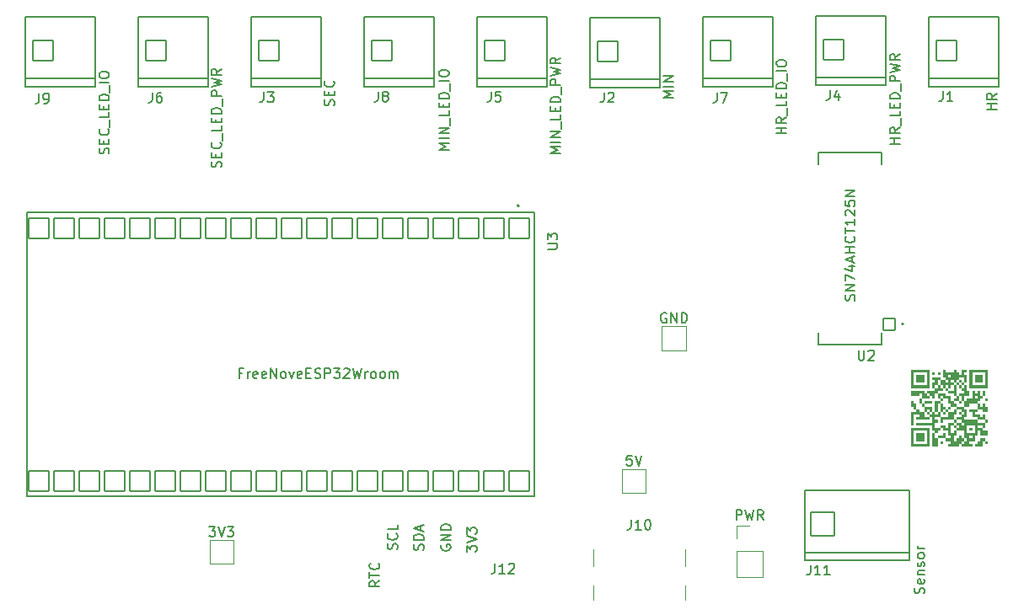
<source format=gto>
G04 #@! TF.GenerationSoftware,KiCad,Pcbnew,7.0.6*
G04 #@! TF.CreationDate,2024-06-10T15:38:19+10:00*
G04 #@! TF.ProjectId,AnalogVoltMeterClock,416e616c-6f67-4566-9f6c-744d65746572,rev?*
G04 #@! TF.SameCoordinates,Original*
G04 #@! TF.FileFunction,Legend,Top*
G04 #@! TF.FilePolarity,Positive*
%FSLAX46Y46*%
G04 Gerber Fmt 4.6, Leading zero omitted, Abs format (unit mm)*
G04 Created by KiCad (PCBNEW 7.0.6) date 2024-06-10 15:38:19*
%MOMM*%
%LPD*%
G01*
G04 APERTURE LIST*
G04 Aperture macros list*
%AMRoundRect*
0 Rectangle with rounded corners*
0 $1 Rounding radius*
0 $2 $3 $4 $5 $6 $7 $8 $9 X,Y pos of 4 corners*
0 Add a 4 corners polygon primitive as box body*
4,1,4,$2,$3,$4,$5,$6,$7,$8,$9,$2,$3,0*
0 Add four circle primitives for the rounded corners*
1,1,$1+$1,$2,$3*
1,1,$1+$1,$4,$5*
1,1,$1+$1,$6,$7*
1,1,$1+$1,$8,$9*
0 Add four rect primitives between the rounded corners*
20,1,$1+$1,$2,$3,$4,$5,0*
20,1,$1+$1,$4,$5,$6,$7,0*
20,1,$1+$1,$6,$7,$8,$9,0*
20,1,$1+$1,$8,$9,$2,$3,0*%
G04 Aperture macros list end*
%ADD10C,0.150000*%
%ADD11C,0.127000*%
%ADD12C,0.200000*%
%ADD13C,0.120000*%
%ADD14C,0.203200*%
%ADD15RoundRect,0.102000X-1.000000X1.000000X-1.000000X-1.000000X1.000000X-1.000000X1.000000X1.000000X0*%
%ADD16RoundRect,0.102000X0.570000X0.570000X-0.570000X0.570000X-0.570000X-0.570000X0.570000X-0.570000X0*%
%ADD17C,1.344000*%
%ADD18R,2.000000X2.000000*%
%ADD19R,1.700000X1.700000*%
%ADD20O,1.700000X1.700000*%
%ADD21RoundRect,0.101600X-1.016000X-1.016000X1.016000X-1.016000X1.016000X1.016000X-1.016000X1.016000X0*%
%ADD22C,2.235200*%
%ADD23C,3.000000*%
%ADD24O,0.300000X0.800000*%
%ADD25R,0.700000X1.200000*%
%ADD26R,0.760000X1.200000*%
%ADD27R,0.800000X1.200000*%
%ADD28R,0.725000X1.350000*%
%ADD29R,0.715000X1.500000*%
%ADD30R,0.705000X1.500000*%
%ADD31R,0.715000X1.350000*%
%ADD32RoundRect,0.101600X-1.206500X-1.206500X1.206500X-1.206500X1.206500X1.206500X-1.206500X1.206500X0*%
%ADD33C,2.616200*%
%ADD34C,2.082800*%
G04 APERTURE END LIST*
D10*
X99710112Y-106746009D02*
X99376779Y-106746009D01*
X99376779Y-107269819D02*
X99376779Y-106269819D01*
X99376779Y-106269819D02*
X99852969Y-106269819D01*
X100233922Y-107269819D02*
X100233922Y-106603152D01*
X100233922Y-106793628D02*
X100281541Y-106698390D01*
X100281541Y-106698390D02*
X100329160Y-106650771D01*
X100329160Y-106650771D02*
X100424398Y-106603152D01*
X100424398Y-106603152D02*
X100519636Y-106603152D01*
X101233922Y-107222200D02*
X101138684Y-107269819D01*
X101138684Y-107269819D02*
X100948208Y-107269819D01*
X100948208Y-107269819D02*
X100852970Y-107222200D01*
X100852970Y-107222200D02*
X100805351Y-107126961D01*
X100805351Y-107126961D02*
X100805351Y-106746009D01*
X100805351Y-106746009D02*
X100852970Y-106650771D01*
X100852970Y-106650771D02*
X100948208Y-106603152D01*
X100948208Y-106603152D02*
X101138684Y-106603152D01*
X101138684Y-106603152D02*
X101233922Y-106650771D01*
X101233922Y-106650771D02*
X101281541Y-106746009D01*
X101281541Y-106746009D02*
X101281541Y-106841247D01*
X101281541Y-106841247D02*
X100805351Y-106936485D01*
X102091065Y-107222200D02*
X101995827Y-107269819D01*
X101995827Y-107269819D02*
X101805351Y-107269819D01*
X101805351Y-107269819D02*
X101710113Y-107222200D01*
X101710113Y-107222200D02*
X101662494Y-107126961D01*
X101662494Y-107126961D02*
X101662494Y-106746009D01*
X101662494Y-106746009D02*
X101710113Y-106650771D01*
X101710113Y-106650771D02*
X101805351Y-106603152D01*
X101805351Y-106603152D02*
X101995827Y-106603152D01*
X101995827Y-106603152D02*
X102091065Y-106650771D01*
X102091065Y-106650771D02*
X102138684Y-106746009D01*
X102138684Y-106746009D02*
X102138684Y-106841247D01*
X102138684Y-106841247D02*
X101662494Y-106936485D01*
X102567256Y-107269819D02*
X102567256Y-106269819D01*
X102567256Y-106269819D02*
X103138684Y-107269819D01*
X103138684Y-107269819D02*
X103138684Y-106269819D01*
X103757732Y-107269819D02*
X103662494Y-107222200D01*
X103662494Y-107222200D02*
X103614875Y-107174580D01*
X103614875Y-107174580D02*
X103567256Y-107079342D01*
X103567256Y-107079342D02*
X103567256Y-106793628D01*
X103567256Y-106793628D02*
X103614875Y-106698390D01*
X103614875Y-106698390D02*
X103662494Y-106650771D01*
X103662494Y-106650771D02*
X103757732Y-106603152D01*
X103757732Y-106603152D02*
X103900589Y-106603152D01*
X103900589Y-106603152D02*
X103995827Y-106650771D01*
X103995827Y-106650771D02*
X104043446Y-106698390D01*
X104043446Y-106698390D02*
X104091065Y-106793628D01*
X104091065Y-106793628D02*
X104091065Y-107079342D01*
X104091065Y-107079342D02*
X104043446Y-107174580D01*
X104043446Y-107174580D02*
X103995827Y-107222200D01*
X103995827Y-107222200D02*
X103900589Y-107269819D01*
X103900589Y-107269819D02*
X103757732Y-107269819D01*
X104424399Y-106603152D02*
X104662494Y-107269819D01*
X104662494Y-107269819D02*
X104900589Y-106603152D01*
X105662494Y-107222200D02*
X105567256Y-107269819D01*
X105567256Y-107269819D02*
X105376780Y-107269819D01*
X105376780Y-107269819D02*
X105281542Y-107222200D01*
X105281542Y-107222200D02*
X105233923Y-107126961D01*
X105233923Y-107126961D02*
X105233923Y-106746009D01*
X105233923Y-106746009D02*
X105281542Y-106650771D01*
X105281542Y-106650771D02*
X105376780Y-106603152D01*
X105376780Y-106603152D02*
X105567256Y-106603152D01*
X105567256Y-106603152D02*
X105662494Y-106650771D01*
X105662494Y-106650771D02*
X105710113Y-106746009D01*
X105710113Y-106746009D02*
X105710113Y-106841247D01*
X105710113Y-106841247D02*
X105233923Y-106936485D01*
X106138685Y-106746009D02*
X106472018Y-106746009D01*
X106614875Y-107269819D02*
X106138685Y-107269819D01*
X106138685Y-107269819D02*
X106138685Y-106269819D01*
X106138685Y-106269819D02*
X106614875Y-106269819D01*
X106995828Y-107222200D02*
X107138685Y-107269819D01*
X107138685Y-107269819D02*
X107376780Y-107269819D01*
X107376780Y-107269819D02*
X107472018Y-107222200D01*
X107472018Y-107222200D02*
X107519637Y-107174580D01*
X107519637Y-107174580D02*
X107567256Y-107079342D01*
X107567256Y-107079342D02*
X107567256Y-106984104D01*
X107567256Y-106984104D02*
X107519637Y-106888866D01*
X107519637Y-106888866D02*
X107472018Y-106841247D01*
X107472018Y-106841247D02*
X107376780Y-106793628D01*
X107376780Y-106793628D02*
X107186304Y-106746009D01*
X107186304Y-106746009D02*
X107091066Y-106698390D01*
X107091066Y-106698390D02*
X107043447Y-106650771D01*
X107043447Y-106650771D02*
X106995828Y-106555533D01*
X106995828Y-106555533D02*
X106995828Y-106460295D01*
X106995828Y-106460295D02*
X107043447Y-106365057D01*
X107043447Y-106365057D02*
X107091066Y-106317438D01*
X107091066Y-106317438D02*
X107186304Y-106269819D01*
X107186304Y-106269819D02*
X107424399Y-106269819D01*
X107424399Y-106269819D02*
X107567256Y-106317438D01*
X107995828Y-107269819D02*
X107995828Y-106269819D01*
X107995828Y-106269819D02*
X108376780Y-106269819D01*
X108376780Y-106269819D02*
X108472018Y-106317438D01*
X108472018Y-106317438D02*
X108519637Y-106365057D01*
X108519637Y-106365057D02*
X108567256Y-106460295D01*
X108567256Y-106460295D02*
X108567256Y-106603152D01*
X108567256Y-106603152D02*
X108519637Y-106698390D01*
X108519637Y-106698390D02*
X108472018Y-106746009D01*
X108472018Y-106746009D02*
X108376780Y-106793628D01*
X108376780Y-106793628D02*
X107995828Y-106793628D01*
X108900590Y-106269819D02*
X109519637Y-106269819D01*
X109519637Y-106269819D02*
X109186304Y-106650771D01*
X109186304Y-106650771D02*
X109329161Y-106650771D01*
X109329161Y-106650771D02*
X109424399Y-106698390D01*
X109424399Y-106698390D02*
X109472018Y-106746009D01*
X109472018Y-106746009D02*
X109519637Y-106841247D01*
X109519637Y-106841247D02*
X109519637Y-107079342D01*
X109519637Y-107079342D02*
X109472018Y-107174580D01*
X109472018Y-107174580D02*
X109424399Y-107222200D01*
X109424399Y-107222200D02*
X109329161Y-107269819D01*
X109329161Y-107269819D02*
X109043447Y-107269819D01*
X109043447Y-107269819D02*
X108948209Y-107222200D01*
X108948209Y-107222200D02*
X108900590Y-107174580D01*
X109900590Y-106365057D02*
X109948209Y-106317438D01*
X109948209Y-106317438D02*
X110043447Y-106269819D01*
X110043447Y-106269819D02*
X110281542Y-106269819D01*
X110281542Y-106269819D02*
X110376780Y-106317438D01*
X110376780Y-106317438D02*
X110424399Y-106365057D01*
X110424399Y-106365057D02*
X110472018Y-106460295D01*
X110472018Y-106460295D02*
X110472018Y-106555533D01*
X110472018Y-106555533D02*
X110424399Y-106698390D01*
X110424399Y-106698390D02*
X109852971Y-107269819D01*
X109852971Y-107269819D02*
X110472018Y-107269819D01*
X110805352Y-106269819D02*
X111043447Y-107269819D01*
X111043447Y-107269819D02*
X111233923Y-106555533D01*
X111233923Y-106555533D02*
X111424399Y-107269819D01*
X111424399Y-107269819D02*
X111662495Y-106269819D01*
X112043447Y-107269819D02*
X112043447Y-106603152D01*
X112043447Y-106793628D02*
X112091066Y-106698390D01*
X112091066Y-106698390D02*
X112138685Y-106650771D01*
X112138685Y-106650771D02*
X112233923Y-106603152D01*
X112233923Y-106603152D02*
X112329161Y-106603152D01*
X112805352Y-107269819D02*
X112710114Y-107222200D01*
X112710114Y-107222200D02*
X112662495Y-107174580D01*
X112662495Y-107174580D02*
X112614876Y-107079342D01*
X112614876Y-107079342D02*
X112614876Y-106793628D01*
X112614876Y-106793628D02*
X112662495Y-106698390D01*
X112662495Y-106698390D02*
X112710114Y-106650771D01*
X112710114Y-106650771D02*
X112805352Y-106603152D01*
X112805352Y-106603152D02*
X112948209Y-106603152D01*
X112948209Y-106603152D02*
X113043447Y-106650771D01*
X113043447Y-106650771D02*
X113091066Y-106698390D01*
X113091066Y-106698390D02*
X113138685Y-106793628D01*
X113138685Y-106793628D02*
X113138685Y-107079342D01*
X113138685Y-107079342D02*
X113091066Y-107174580D01*
X113091066Y-107174580D02*
X113043447Y-107222200D01*
X113043447Y-107222200D02*
X112948209Y-107269819D01*
X112948209Y-107269819D02*
X112805352Y-107269819D01*
X113710114Y-107269819D02*
X113614876Y-107222200D01*
X113614876Y-107222200D02*
X113567257Y-107174580D01*
X113567257Y-107174580D02*
X113519638Y-107079342D01*
X113519638Y-107079342D02*
X113519638Y-106793628D01*
X113519638Y-106793628D02*
X113567257Y-106698390D01*
X113567257Y-106698390D02*
X113614876Y-106650771D01*
X113614876Y-106650771D02*
X113710114Y-106603152D01*
X113710114Y-106603152D02*
X113852971Y-106603152D01*
X113852971Y-106603152D02*
X113948209Y-106650771D01*
X113948209Y-106650771D02*
X113995828Y-106698390D01*
X113995828Y-106698390D02*
X114043447Y-106793628D01*
X114043447Y-106793628D02*
X114043447Y-107079342D01*
X114043447Y-107079342D02*
X113995828Y-107174580D01*
X113995828Y-107174580D02*
X113948209Y-107222200D01*
X113948209Y-107222200D02*
X113852971Y-107269819D01*
X113852971Y-107269819D02*
X113710114Y-107269819D01*
X114472019Y-107269819D02*
X114472019Y-106603152D01*
X114472019Y-106698390D02*
X114519638Y-106650771D01*
X114519638Y-106650771D02*
X114614876Y-106603152D01*
X114614876Y-106603152D02*
X114757733Y-106603152D01*
X114757733Y-106603152D02*
X114852971Y-106650771D01*
X114852971Y-106650771D02*
X114900590Y-106746009D01*
X114900590Y-106746009D02*
X114900590Y-107269819D01*
X114900590Y-106746009D02*
X114948209Y-106650771D01*
X114948209Y-106650771D02*
X115043447Y-106603152D01*
X115043447Y-106603152D02*
X115186304Y-106603152D01*
X115186304Y-106603152D02*
X115281543Y-106650771D01*
X115281543Y-106650771D02*
X115329162Y-106746009D01*
X115329162Y-106746009D02*
X115329162Y-107269819D01*
X119697438Y-124039411D02*
X119649819Y-124134649D01*
X119649819Y-124134649D02*
X119649819Y-124277506D01*
X119649819Y-124277506D02*
X119697438Y-124420363D01*
X119697438Y-124420363D02*
X119792676Y-124515601D01*
X119792676Y-124515601D02*
X119887914Y-124563220D01*
X119887914Y-124563220D02*
X120078390Y-124610839D01*
X120078390Y-124610839D02*
X120221247Y-124610839D01*
X120221247Y-124610839D02*
X120411723Y-124563220D01*
X120411723Y-124563220D02*
X120506961Y-124515601D01*
X120506961Y-124515601D02*
X120602200Y-124420363D01*
X120602200Y-124420363D02*
X120649819Y-124277506D01*
X120649819Y-124277506D02*
X120649819Y-124182268D01*
X120649819Y-124182268D02*
X120602200Y-124039411D01*
X120602200Y-124039411D02*
X120554580Y-123991792D01*
X120554580Y-123991792D02*
X120221247Y-123991792D01*
X120221247Y-123991792D02*
X120221247Y-124182268D01*
X120649819Y-123563220D02*
X119649819Y-123563220D01*
X119649819Y-123563220D02*
X120649819Y-122991792D01*
X120649819Y-122991792D02*
X119649819Y-122991792D01*
X120649819Y-122515601D02*
X119649819Y-122515601D01*
X119649819Y-122515601D02*
X119649819Y-122277506D01*
X119649819Y-122277506D02*
X119697438Y-122134649D01*
X119697438Y-122134649D02*
X119792676Y-122039411D01*
X119792676Y-122039411D02*
X119887914Y-121991792D01*
X119887914Y-121991792D02*
X120078390Y-121944173D01*
X120078390Y-121944173D02*
X120221247Y-121944173D01*
X120221247Y-121944173D02*
X120411723Y-121991792D01*
X120411723Y-121991792D02*
X120506961Y-122039411D01*
X120506961Y-122039411D02*
X120602200Y-122134649D01*
X120602200Y-122134649D02*
X120649819Y-122277506D01*
X120649819Y-122277506D02*
X120649819Y-122515601D01*
X117872200Y-124520839D02*
X117919819Y-124377982D01*
X117919819Y-124377982D02*
X117919819Y-124139887D01*
X117919819Y-124139887D02*
X117872200Y-124044649D01*
X117872200Y-124044649D02*
X117824580Y-123997030D01*
X117824580Y-123997030D02*
X117729342Y-123949411D01*
X117729342Y-123949411D02*
X117634104Y-123949411D01*
X117634104Y-123949411D02*
X117538866Y-123997030D01*
X117538866Y-123997030D02*
X117491247Y-124044649D01*
X117491247Y-124044649D02*
X117443628Y-124139887D01*
X117443628Y-124139887D02*
X117396009Y-124330363D01*
X117396009Y-124330363D02*
X117348390Y-124425601D01*
X117348390Y-124425601D02*
X117300771Y-124473220D01*
X117300771Y-124473220D02*
X117205533Y-124520839D01*
X117205533Y-124520839D02*
X117110295Y-124520839D01*
X117110295Y-124520839D02*
X117015057Y-124473220D01*
X117015057Y-124473220D02*
X116967438Y-124425601D01*
X116967438Y-124425601D02*
X116919819Y-124330363D01*
X116919819Y-124330363D02*
X116919819Y-124092268D01*
X116919819Y-124092268D02*
X116967438Y-123949411D01*
X117919819Y-123520839D02*
X116919819Y-123520839D01*
X116919819Y-123520839D02*
X116919819Y-123282744D01*
X116919819Y-123282744D02*
X116967438Y-123139887D01*
X116967438Y-123139887D02*
X117062676Y-123044649D01*
X117062676Y-123044649D02*
X117157914Y-122997030D01*
X117157914Y-122997030D02*
X117348390Y-122949411D01*
X117348390Y-122949411D02*
X117491247Y-122949411D01*
X117491247Y-122949411D02*
X117681723Y-122997030D01*
X117681723Y-122997030D02*
X117776961Y-123044649D01*
X117776961Y-123044649D02*
X117872200Y-123139887D01*
X117872200Y-123139887D02*
X117919819Y-123282744D01*
X117919819Y-123282744D02*
X117919819Y-123520839D01*
X117634104Y-122568458D02*
X117634104Y-122092268D01*
X117919819Y-122663696D02*
X116919819Y-122330363D01*
X116919819Y-122330363D02*
X117919819Y-121997030D01*
X122249819Y-124718458D02*
X122249819Y-124099411D01*
X122249819Y-124099411D02*
X122630771Y-124432744D01*
X122630771Y-124432744D02*
X122630771Y-124289887D01*
X122630771Y-124289887D02*
X122678390Y-124194649D01*
X122678390Y-124194649D02*
X122726009Y-124147030D01*
X122726009Y-124147030D02*
X122821247Y-124099411D01*
X122821247Y-124099411D02*
X123059342Y-124099411D01*
X123059342Y-124099411D02*
X123154580Y-124147030D01*
X123154580Y-124147030D02*
X123202200Y-124194649D01*
X123202200Y-124194649D02*
X123249819Y-124289887D01*
X123249819Y-124289887D02*
X123249819Y-124575601D01*
X123249819Y-124575601D02*
X123202200Y-124670839D01*
X123202200Y-124670839D02*
X123154580Y-124718458D01*
X122249819Y-123813696D02*
X123249819Y-123480363D01*
X123249819Y-123480363D02*
X122249819Y-123147030D01*
X122249819Y-122908934D02*
X122249819Y-122289887D01*
X122249819Y-122289887D02*
X122630771Y-122623220D01*
X122630771Y-122623220D02*
X122630771Y-122480363D01*
X122630771Y-122480363D02*
X122678390Y-122385125D01*
X122678390Y-122385125D02*
X122726009Y-122337506D01*
X122726009Y-122337506D02*
X122821247Y-122289887D01*
X122821247Y-122289887D02*
X123059342Y-122289887D01*
X123059342Y-122289887D02*
X123154580Y-122337506D01*
X123154580Y-122337506D02*
X123202200Y-122385125D01*
X123202200Y-122385125D02*
X123249819Y-122480363D01*
X123249819Y-122480363D02*
X123249819Y-122766077D01*
X123249819Y-122766077D02*
X123202200Y-122861315D01*
X123202200Y-122861315D02*
X123154580Y-122908934D01*
X86272200Y-84710839D02*
X86319819Y-84567982D01*
X86319819Y-84567982D02*
X86319819Y-84329887D01*
X86319819Y-84329887D02*
X86272200Y-84234649D01*
X86272200Y-84234649D02*
X86224580Y-84187030D01*
X86224580Y-84187030D02*
X86129342Y-84139411D01*
X86129342Y-84139411D02*
X86034104Y-84139411D01*
X86034104Y-84139411D02*
X85938866Y-84187030D01*
X85938866Y-84187030D02*
X85891247Y-84234649D01*
X85891247Y-84234649D02*
X85843628Y-84329887D01*
X85843628Y-84329887D02*
X85796009Y-84520363D01*
X85796009Y-84520363D02*
X85748390Y-84615601D01*
X85748390Y-84615601D02*
X85700771Y-84663220D01*
X85700771Y-84663220D02*
X85605533Y-84710839D01*
X85605533Y-84710839D02*
X85510295Y-84710839D01*
X85510295Y-84710839D02*
X85415057Y-84663220D01*
X85415057Y-84663220D02*
X85367438Y-84615601D01*
X85367438Y-84615601D02*
X85319819Y-84520363D01*
X85319819Y-84520363D02*
X85319819Y-84282268D01*
X85319819Y-84282268D02*
X85367438Y-84139411D01*
X85796009Y-83710839D02*
X85796009Y-83377506D01*
X86319819Y-83234649D02*
X86319819Y-83710839D01*
X86319819Y-83710839D02*
X85319819Y-83710839D01*
X85319819Y-83710839D02*
X85319819Y-83234649D01*
X86224580Y-82234649D02*
X86272200Y-82282268D01*
X86272200Y-82282268D02*
X86319819Y-82425125D01*
X86319819Y-82425125D02*
X86319819Y-82520363D01*
X86319819Y-82520363D02*
X86272200Y-82663220D01*
X86272200Y-82663220D02*
X86176961Y-82758458D01*
X86176961Y-82758458D02*
X86081723Y-82806077D01*
X86081723Y-82806077D02*
X85891247Y-82853696D01*
X85891247Y-82853696D02*
X85748390Y-82853696D01*
X85748390Y-82853696D02*
X85557914Y-82806077D01*
X85557914Y-82806077D02*
X85462676Y-82758458D01*
X85462676Y-82758458D02*
X85367438Y-82663220D01*
X85367438Y-82663220D02*
X85319819Y-82520363D01*
X85319819Y-82520363D02*
X85319819Y-82425125D01*
X85319819Y-82425125D02*
X85367438Y-82282268D01*
X85367438Y-82282268D02*
X85415057Y-82234649D01*
X86415057Y-82044173D02*
X86415057Y-81282268D01*
X86319819Y-80567982D02*
X86319819Y-81044172D01*
X86319819Y-81044172D02*
X85319819Y-81044172D01*
X85796009Y-80234648D02*
X85796009Y-79901315D01*
X86319819Y-79758458D02*
X86319819Y-80234648D01*
X86319819Y-80234648D02*
X85319819Y-80234648D01*
X85319819Y-80234648D02*
X85319819Y-79758458D01*
X86319819Y-79329886D02*
X85319819Y-79329886D01*
X85319819Y-79329886D02*
X85319819Y-79091791D01*
X85319819Y-79091791D02*
X85367438Y-78948934D01*
X85367438Y-78948934D02*
X85462676Y-78853696D01*
X85462676Y-78853696D02*
X85557914Y-78806077D01*
X85557914Y-78806077D02*
X85748390Y-78758458D01*
X85748390Y-78758458D02*
X85891247Y-78758458D01*
X85891247Y-78758458D02*
X86081723Y-78806077D01*
X86081723Y-78806077D02*
X86176961Y-78853696D01*
X86176961Y-78853696D02*
X86272200Y-78948934D01*
X86272200Y-78948934D02*
X86319819Y-79091791D01*
X86319819Y-79091791D02*
X86319819Y-79329886D01*
X86415057Y-78567982D02*
X86415057Y-77806077D01*
X86319819Y-77567981D02*
X85319819Y-77567981D01*
X85319819Y-76901315D02*
X85319819Y-76710839D01*
X85319819Y-76710839D02*
X85367438Y-76615601D01*
X85367438Y-76615601D02*
X85462676Y-76520363D01*
X85462676Y-76520363D02*
X85653152Y-76472744D01*
X85653152Y-76472744D02*
X85986485Y-76472744D01*
X85986485Y-76472744D02*
X86176961Y-76520363D01*
X86176961Y-76520363D02*
X86272200Y-76615601D01*
X86272200Y-76615601D02*
X86319819Y-76710839D01*
X86319819Y-76710839D02*
X86319819Y-76901315D01*
X86319819Y-76901315D02*
X86272200Y-76996553D01*
X86272200Y-76996553D02*
X86176961Y-77091791D01*
X86176961Y-77091791D02*
X85986485Y-77139410D01*
X85986485Y-77139410D02*
X85653152Y-77139410D01*
X85653152Y-77139410D02*
X85462676Y-77091791D01*
X85462676Y-77091791D02*
X85367438Y-76996553D01*
X85367438Y-76996553D02*
X85319819Y-76901315D01*
X115242200Y-124470839D02*
X115289819Y-124327982D01*
X115289819Y-124327982D02*
X115289819Y-124089887D01*
X115289819Y-124089887D02*
X115242200Y-123994649D01*
X115242200Y-123994649D02*
X115194580Y-123947030D01*
X115194580Y-123947030D02*
X115099342Y-123899411D01*
X115099342Y-123899411D02*
X115004104Y-123899411D01*
X115004104Y-123899411D02*
X114908866Y-123947030D01*
X114908866Y-123947030D02*
X114861247Y-123994649D01*
X114861247Y-123994649D02*
X114813628Y-124089887D01*
X114813628Y-124089887D02*
X114766009Y-124280363D01*
X114766009Y-124280363D02*
X114718390Y-124375601D01*
X114718390Y-124375601D02*
X114670771Y-124423220D01*
X114670771Y-124423220D02*
X114575533Y-124470839D01*
X114575533Y-124470839D02*
X114480295Y-124470839D01*
X114480295Y-124470839D02*
X114385057Y-124423220D01*
X114385057Y-124423220D02*
X114337438Y-124375601D01*
X114337438Y-124375601D02*
X114289819Y-124280363D01*
X114289819Y-124280363D02*
X114289819Y-124042268D01*
X114289819Y-124042268D02*
X114337438Y-123899411D01*
X115194580Y-122899411D02*
X115242200Y-122947030D01*
X115242200Y-122947030D02*
X115289819Y-123089887D01*
X115289819Y-123089887D02*
X115289819Y-123185125D01*
X115289819Y-123185125D02*
X115242200Y-123327982D01*
X115242200Y-123327982D02*
X115146961Y-123423220D01*
X115146961Y-123423220D02*
X115051723Y-123470839D01*
X115051723Y-123470839D02*
X114861247Y-123518458D01*
X114861247Y-123518458D02*
X114718390Y-123518458D01*
X114718390Y-123518458D02*
X114527914Y-123470839D01*
X114527914Y-123470839D02*
X114432676Y-123423220D01*
X114432676Y-123423220D02*
X114337438Y-123327982D01*
X114337438Y-123327982D02*
X114289819Y-123185125D01*
X114289819Y-123185125D02*
X114289819Y-123089887D01*
X114289819Y-123089887D02*
X114337438Y-122947030D01*
X114337438Y-122947030D02*
X114385057Y-122899411D01*
X115289819Y-121994649D02*
X115289819Y-122470839D01*
X115289819Y-122470839D02*
X114289819Y-122470839D01*
X161212200Y-99450839D02*
X161259819Y-99307982D01*
X161259819Y-99307982D02*
X161259819Y-99069887D01*
X161259819Y-99069887D02*
X161212200Y-98974649D01*
X161212200Y-98974649D02*
X161164580Y-98927030D01*
X161164580Y-98927030D02*
X161069342Y-98879411D01*
X161069342Y-98879411D02*
X160974104Y-98879411D01*
X160974104Y-98879411D02*
X160878866Y-98927030D01*
X160878866Y-98927030D02*
X160831247Y-98974649D01*
X160831247Y-98974649D02*
X160783628Y-99069887D01*
X160783628Y-99069887D02*
X160736009Y-99260363D01*
X160736009Y-99260363D02*
X160688390Y-99355601D01*
X160688390Y-99355601D02*
X160640771Y-99403220D01*
X160640771Y-99403220D02*
X160545533Y-99450839D01*
X160545533Y-99450839D02*
X160450295Y-99450839D01*
X160450295Y-99450839D02*
X160355057Y-99403220D01*
X160355057Y-99403220D02*
X160307438Y-99355601D01*
X160307438Y-99355601D02*
X160259819Y-99260363D01*
X160259819Y-99260363D02*
X160259819Y-99022268D01*
X160259819Y-99022268D02*
X160307438Y-98879411D01*
X161259819Y-98450839D02*
X160259819Y-98450839D01*
X160259819Y-98450839D02*
X161259819Y-97879411D01*
X161259819Y-97879411D02*
X160259819Y-97879411D01*
X160259819Y-97498458D02*
X160259819Y-96831792D01*
X160259819Y-96831792D02*
X161259819Y-97260363D01*
X160593152Y-96022268D02*
X161259819Y-96022268D01*
X160212200Y-96260363D02*
X160926485Y-96498458D01*
X160926485Y-96498458D02*
X160926485Y-95879411D01*
X160974104Y-95546077D02*
X160974104Y-95069887D01*
X161259819Y-95641315D02*
X160259819Y-95307982D01*
X160259819Y-95307982D02*
X161259819Y-94974649D01*
X161259819Y-94641315D02*
X160259819Y-94641315D01*
X160736009Y-94641315D02*
X160736009Y-94069887D01*
X161259819Y-94069887D02*
X160259819Y-94069887D01*
X161164580Y-93022268D02*
X161212200Y-93069887D01*
X161212200Y-93069887D02*
X161259819Y-93212744D01*
X161259819Y-93212744D02*
X161259819Y-93307982D01*
X161259819Y-93307982D02*
X161212200Y-93450839D01*
X161212200Y-93450839D02*
X161116961Y-93546077D01*
X161116961Y-93546077D02*
X161021723Y-93593696D01*
X161021723Y-93593696D02*
X160831247Y-93641315D01*
X160831247Y-93641315D02*
X160688390Y-93641315D01*
X160688390Y-93641315D02*
X160497914Y-93593696D01*
X160497914Y-93593696D02*
X160402676Y-93546077D01*
X160402676Y-93546077D02*
X160307438Y-93450839D01*
X160307438Y-93450839D02*
X160259819Y-93307982D01*
X160259819Y-93307982D02*
X160259819Y-93212744D01*
X160259819Y-93212744D02*
X160307438Y-93069887D01*
X160307438Y-93069887D02*
X160355057Y-93022268D01*
X160259819Y-92736553D02*
X160259819Y-92165125D01*
X161259819Y-92450839D02*
X160259819Y-92450839D01*
X161259819Y-91307982D02*
X161259819Y-91879410D01*
X161259819Y-91593696D02*
X160259819Y-91593696D01*
X160259819Y-91593696D02*
X160402676Y-91688934D01*
X160402676Y-91688934D02*
X160497914Y-91784172D01*
X160497914Y-91784172D02*
X160545533Y-91879410D01*
X160355057Y-90927029D02*
X160307438Y-90879410D01*
X160307438Y-90879410D02*
X160259819Y-90784172D01*
X160259819Y-90784172D02*
X160259819Y-90546077D01*
X160259819Y-90546077D02*
X160307438Y-90450839D01*
X160307438Y-90450839D02*
X160355057Y-90403220D01*
X160355057Y-90403220D02*
X160450295Y-90355601D01*
X160450295Y-90355601D02*
X160545533Y-90355601D01*
X160545533Y-90355601D02*
X160688390Y-90403220D01*
X160688390Y-90403220D02*
X161259819Y-90974648D01*
X161259819Y-90974648D02*
X161259819Y-90355601D01*
X160259819Y-89450839D02*
X160259819Y-89927029D01*
X160259819Y-89927029D02*
X160736009Y-89974648D01*
X160736009Y-89974648D02*
X160688390Y-89927029D01*
X160688390Y-89927029D02*
X160640771Y-89831791D01*
X160640771Y-89831791D02*
X160640771Y-89593696D01*
X160640771Y-89593696D02*
X160688390Y-89498458D01*
X160688390Y-89498458D02*
X160736009Y-89450839D01*
X160736009Y-89450839D02*
X160831247Y-89403220D01*
X160831247Y-89403220D02*
X161069342Y-89403220D01*
X161069342Y-89403220D02*
X161164580Y-89450839D01*
X161164580Y-89450839D02*
X161212200Y-89498458D01*
X161212200Y-89498458D02*
X161259819Y-89593696D01*
X161259819Y-89593696D02*
X161259819Y-89831791D01*
X161259819Y-89831791D02*
X161212200Y-89927029D01*
X161212200Y-89927029D02*
X161164580Y-89974648D01*
X161259819Y-88974648D02*
X160259819Y-88974648D01*
X160259819Y-88974648D02*
X161259819Y-88403220D01*
X161259819Y-88403220D02*
X160259819Y-88403220D01*
X130374819Y-94286904D02*
X131184342Y-94286904D01*
X131184342Y-94286904D02*
X131279580Y-94239285D01*
X131279580Y-94239285D02*
X131327200Y-94191666D01*
X131327200Y-94191666D02*
X131374819Y-94096428D01*
X131374819Y-94096428D02*
X131374819Y-93905952D01*
X131374819Y-93905952D02*
X131327200Y-93810714D01*
X131327200Y-93810714D02*
X131279580Y-93763095D01*
X131279580Y-93763095D02*
X131184342Y-93715476D01*
X131184342Y-93715476D02*
X130374819Y-93715476D01*
X130374819Y-93334523D02*
X130374819Y-92715476D01*
X130374819Y-92715476D02*
X130755771Y-93048809D01*
X130755771Y-93048809D02*
X130755771Y-92905952D01*
X130755771Y-92905952D02*
X130803390Y-92810714D01*
X130803390Y-92810714D02*
X130851009Y-92763095D01*
X130851009Y-92763095D02*
X130946247Y-92715476D01*
X130946247Y-92715476D02*
X131184342Y-92715476D01*
X131184342Y-92715476D02*
X131279580Y-92763095D01*
X131279580Y-92763095D02*
X131327200Y-92810714D01*
X131327200Y-92810714D02*
X131374819Y-92905952D01*
X131374819Y-92905952D02*
X131374819Y-93191666D01*
X131374819Y-93191666D02*
X131327200Y-93286904D01*
X131327200Y-93286904D02*
X131279580Y-93334523D01*
X161613095Y-104469819D02*
X161613095Y-105279342D01*
X161613095Y-105279342D02*
X161660714Y-105374580D01*
X161660714Y-105374580D02*
X161708333Y-105422200D01*
X161708333Y-105422200D02*
X161803571Y-105469819D01*
X161803571Y-105469819D02*
X161994047Y-105469819D01*
X161994047Y-105469819D02*
X162089285Y-105422200D01*
X162089285Y-105422200D02*
X162136904Y-105374580D01*
X162136904Y-105374580D02*
X162184523Y-105279342D01*
X162184523Y-105279342D02*
X162184523Y-104469819D01*
X162613095Y-104565057D02*
X162660714Y-104517438D01*
X162660714Y-104517438D02*
X162755952Y-104469819D01*
X162755952Y-104469819D02*
X162994047Y-104469819D01*
X162994047Y-104469819D02*
X163089285Y-104517438D01*
X163089285Y-104517438D02*
X163136904Y-104565057D01*
X163136904Y-104565057D02*
X163184523Y-104660295D01*
X163184523Y-104660295D02*
X163184523Y-104755533D01*
X163184523Y-104755533D02*
X163136904Y-104898390D01*
X163136904Y-104898390D02*
X162565476Y-105469819D01*
X162565476Y-105469819D02*
X163184523Y-105469819D01*
X138839523Y-115046819D02*
X138363333Y-115046819D01*
X138363333Y-115046819D02*
X138315714Y-115523009D01*
X138315714Y-115523009D02*
X138363333Y-115475390D01*
X138363333Y-115475390D02*
X138458571Y-115427771D01*
X138458571Y-115427771D02*
X138696666Y-115427771D01*
X138696666Y-115427771D02*
X138791904Y-115475390D01*
X138791904Y-115475390D02*
X138839523Y-115523009D01*
X138839523Y-115523009D02*
X138887142Y-115618247D01*
X138887142Y-115618247D02*
X138887142Y-115856342D01*
X138887142Y-115856342D02*
X138839523Y-115951580D01*
X138839523Y-115951580D02*
X138791904Y-115999200D01*
X138791904Y-115999200D02*
X138696666Y-116046819D01*
X138696666Y-116046819D02*
X138458571Y-116046819D01*
X138458571Y-116046819D02*
X138363333Y-115999200D01*
X138363333Y-115999200D02*
X138315714Y-115951580D01*
X139172857Y-115046819D02*
X139506190Y-116046819D01*
X139506190Y-116046819D02*
X139839523Y-115046819D01*
X149336667Y-121514819D02*
X149336667Y-120514819D01*
X149336667Y-120514819D02*
X149717619Y-120514819D01*
X149717619Y-120514819D02*
X149812857Y-120562438D01*
X149812857Y-120562438D02*
X149860476Y-120610057D01*
X149860476Y-120610057D02*
X149908095Y-120705295D01*
X149908095Y-120705295D02*
X149908095Y-120848152D01*
X149908095Y-120848152D02*
X149860476Y-120943390D01*
X149860476Y-120943390D02*
X149812857Y-120991009D01*
X149812857Y-120991009D02*
X149717619Y-121038628D01*
X149717619Y-121038628D02*
X149336667Y-121038628D01*
X150241429Y-120514819D02*
X150479524Y-121514819D01*
X150479524Y-121514819D02*
X150670000Y-120800533D01*
X150670000Y-120800533D02*
X150860476Y-121514819D01*
X150860476Y-121514819D02*
X151098572Y-120514819D01*
X152050952Y-121514819D02*
X151717619Y-121038628D01*
X151479524Y-121514819D02*
X151479524Y-120514819D01*
X151479524Y-120514819D02*
X151860476Y-120514819D01*
X151860476Y-120514819D02*
X151955714Y-120562438D01*
X151955714Y-120562438D02*
X152003333Y-120610057D01*
X152003333Y-120610057D02*
X152050952Y-120705295D01*
X152050952Y-120705295D02*
X152050952Y-120848152D01*
X152050952Y-120848152D02*
X152003333Y-120943390D01*
X152003333Y-120943390D02*
X151955714Y-120991009D01*
X151955714Y-120991009D02*
X151860476Y-121038628D01*
X151860476Y-121038628D02*
X151479524Y-121038628D01*
X147391666Y-78599819D02*
X147391666Y-79314104D01*
X147391666Y-79314104D02*
X147344047Y-79456961D01*
X147344047Y-79456961D02*
X147248809Y-79552200D01*
X147248809Y-79552200D02*
X147105952Y-79599819D01*
X147105952Y-79599819D02*
X147010714Y-79599819D01*
X147772619Y-78599819D02*
X148439285Y-78599819D01*
X148439285Y-78599819D02*
X148010714Y-79599819D01*
X154369819Y-82676666D02*
X153369819Y-82676666D01*
X153846009Y-82676666D02*
X153846009Y-82105238D01*
X154369819Y-82105238D02*
X153369819Y-82105238D01*
X154369819Y-81057619D02*
X153893628Y-81390952D01*
X154369819Y-81629047D02*
X153369819Y-81629047D01*
X153369819Y-81629047D02*
X153369819Y-81248095D01*
X153369819Y-81248095D02*
X153417438Y-81152857D01*
X153417438Y-81152857D02*
X153465057Y-81105238D01*
X153465057Y-81105238D02*
X153560295Y-81057619D01*
X153560295Y-81057619D02*
X153703152Y-81057619D01*
X153703152Y-81057619D02*
X153798390Y-81105238D01*
X153798390Y-81105238D02*
X153846009Y-81152857D01*
X153846009Y-81152857D02*
X153893628Y-81248095D01*
X153893628Y-81248095D02*
X153893628Y-81629047D01*
X154465057Y-80867143D02*
X154465057Y-80105238D01*
X154369819Y-79390952D02*
X154369819Y-79867142D01*
X154369819Y-79867142D02*
X153369819Y-79867142D01*
X153846009Y-79057618D02*
X153846009Y-78724285D01*
X154369819Y-78581428D02*
X154369819Y-79057618D01*
X154369819Y-79057618D02*
X153369819Y-79057618D01*
X153369819Y-79057618D02*
X153369819Y-78581428D01*
X154369819Y-78152856D02*
X153369819Y-78152856D01*
X153369819Y-78152856D02*
X153369819Y-77914761D01*
X153369819Y-77914761D02*
X153417438Y-77771904D01*
X153417438Y-77771904D02*
X153512676Y-77676666D01*
X153512676Y-77676666D02*
X153607914Y-77629047D01*
X153607914Y-77629047D02*
X153798390Y-77581428D01*
X153798390Y-77581428D02*
X153941247Y-77581428D01*
X153941247Y-77581428D02*
X154131723Y-77629047D01*
X154131723Y-77629047D02*
X154226961Y-77676666D01*
X154226961Y-77676666D02*
X154322200Y-77771904D01*
X154322200Y-77771904D02*
X154369819Y-77914761D01*
X154369819Y-77914761D02*
X154369819Y-78152856D01*
X154465057Y-77390952D02*
X154465057Y-76629047D01*
X154369819Y-76390951D02*
X153369819Y-76390951D01*
X153369819Y-75724285D02*
X153369819Y-75533809D01*
X153369819Y-75533809D02*
X153417438Y-75438571D01*
X153417438Y-75438571D02*
X153512676Y-75343333D01*
X153512676Y-75343333D02*
X153703152Y-75295714D01*
X153703152Y-75295714D02*
X154036485Y-75295714D01*
X154036485Y-75295714D02*
X154226961Y-75343333D01*
X154226961Y-75343333D02*
X154322200Y-75438571D01*
X154322200Y-75438571D02*
X154369819Y-75533809D01*
X154369819Y-75533809D02*
X154369819Y-75724285D01*
X154369819Y-75724285D02*
X154322200Y-75819523D01*
X154322200Y-75819523D02*
X154226961Y-75914761D01*
X154226961Y-75914761D02*
X154036485Y-75962380D01*
X154036485Y-75962380D02*
X153703152Y-75962380D01*
X153703152Y-75962380D02*
X153512676Y-75914761D01*
X153512676Y-75914761D02*
X153417438Y-75819523D01*
X153417438Y-75819523D02*
X153369819Y-75724285D01*
X79286666Y-78649819D02*
X79286666Y-79364104D01*
X79286666Y-79364104D02*
X79239047Y-79506961D01*
X79239047Y-79506961D02*
X79143809Y-79602200D01*
X79143809Y-79602200D02*
X79000952Y-79649819D01*
X79000952Y-79649819D02*
X78905714Y-79649819D01*
X79810476Y-79649819D02*
X80000952Y-79649819D01*
X80000952Y-79649819D02*
X80096190Y-79602200D01*
X80096190Y-79602200D02*
X80143809Y-79554580D01*
X80143809Y-79554580D02*
X80239047Y-79411723D01*
X80239047Y-79411723D02*
X80286666Y-79221247D01*
X80286666Y-79221247D02*
X80286666Y-78840295D01*
X80286666Y-78840295D02*
X80239047Y-78745057D01*
X80239047Y-78745057D02*
X80191428Y-78697438D01*
X80191428Y-78697438D02*
X80096190Y-78649819D01*
X80096190Y-78649819D02*
X79905714Y-78649819D01*
X79905714Y-78649819D02*
X79810476Y-78697438D01*
X79810476Y-78697438D02*
X79762857Y-78745057D01*
X79762857Y-78745057D02*
X79715238Y-78840295D01*
X79715238Y-78840295D02*
X79715238Y-79078390D01*
X79715238Y-79078390D02*
X79762857Y-79173628D01*
X79762857Y-79173628D02*
X79810476Y-79221247D01*
X79810476Y-79221247D02*
X79905714Y-79268866D01*
X79905714Y-79268866D02*
X80096190Y-79268866D01*
X80096190Y-79268866D02*
X80191428Y-79221247D01*
X80191428Y-79221247D02*
X80239047Y-79173628D01*
X80239047Y-79173628D02*
X80286666Y-79078390D01*
X113366666Y-78469819D02*
X113366666Y-79184104D01*
X113366666Y-79184104D02*
X113319047Y-79326961D01*
X113319047Y-79326961D02*
X113223809Y-79422200D01*
X113223809Y-79422200D02*
X113080952Y-79469819D01*
X113080952Y-79469819D02*
X112985714Y-79469819D01*
X113985714Y-78898390D02*
X113890476Y-78850771D01*
X113890476Y-78850771D02*
X113842857Y-78803152D01*
X113842857Y-78803152D02*
X113795238Y-78707914D01*
X113795238Y-78707914D02*
X113795238Y-78660295D01*
X113795238Y-78660295D02*
X113842857Y-78565057D01*
X113842857Y-78565057D02*
X113890476Y-78517438D01*
X113890476Y-78517438D02*
X113985714Y-78469819D01*
X113985714Y-78469819D02*
X114176190Y-78469819D01*
X114176190Y-78469819D02*
X114271428Y-78517438D01*
X114271428Y-78517438D02*
X114319047Y-78565057D01*
X114319047Y-78565057D02*
X114366666Y-78660295D01*
X114366666Y-78660295D02*
X114366666Y-78707914D01*
X114366666Y-78707914D02*
X114319047Y-78803152D01*
X114319047Y-78803152D02*
X114271428Y-78850771D01*
X114271428Y-78850771D02*
X114176190Y-78898390D01*
X114176190Y-78898390D02*
X113985714Y-78898390D01*
X113985714Y-78898390D02*
X113890476Y-78946009D01*
X113890476Y-78946009D02*
X113842857Y-78993628D01*
X113842857Y-78993628D02*
X113795238Y-79088866D01*
X113795238Y-79088866D02*
X113795238Y-79279342D01*
X113795238Y-79279342D02*
X113842857Y-79374580D01*
X113842857Y-79374580D02*
X113890476Y-79422200D01*
X113890476Y-79422200D02*
X113985714Y-79469819D01*
X113985714Y-79469819D02*
X114176190Y-79469819D01*
X114176190Y-79469819D02*
X114271428Y-79422200D01*
X114271428Y-79422200D02*
X114319047Y-79374580D01*
X114319047Y-79374580D02*
X114366666Y-79279342D01*
X114366666Y-79279342D02*
X114366666Y-79088866D01*
X114366666Y-79088866D02*
X114319047Y-78993628D01*
X114319047Y-78993628D02*
X114271428Y-78946009D01*
X114271428Y-78946009D02*
X114176190Y-78898390D01*
X120459819Y-84296189D02*
X119459819Y-84296189D01*
X119459819Y-84296189D02*
X120174104Y-83962856D01*
X120174104Y-83962856D02*
X119459819Y-83629523D01*
X119459819Y-83629523D02*
X120459819Y-83629523D01*
X120459819Y-83153332D02*
X119459819Y-83153332D01*
X120459819Y-82677142D02*
X119459819Y-82677142D01*
X119459819Y-82677142D02*
X120459819Y-82105714D01*
X120459819Y-82105714D02*
X119459819Y-82105714D01*
X120555057Y-81867619D02*
X120555057Y-81105714D01*
X120459819Y-80391428D02*
X120459819Y-80867618D01*
X120459819Y-80867618D02*
X119459819Y-80867618D01*
X119936009Y-80058094D02*
X119936009Y-79724761D01*
X120459819Y-79581904D02*
X120459819Y-80058094D01*
X120459819Y-80058094D02*
X119459819Y-80058094D01*
X119459819Y-80058094D02*
X119459819Y-79581904D01*
X120459819Y-79153332D02*
X119459819Y-79153332D01*
X119459819Y-79153332D02*
X119459819Y-78915237D01*
X119459819Y-78915237D02*
X119507438Y-78772380D01*
X119507438Y-78772380D02*
X119602676Y-78677142D01*
X119602676Y-78677142D02*
X119697914Y-78629523D01*
X119697914Y-78629523D02*
X119888390Y-78581904D01*
X119888390Y-78581904D02*
X120031247Y-78581904D01*
X120031247Y-78581904D02*
X120221723Y-78629523D01*
X120221723Y-78629523D02*
X120316961Y-78677142D01*
X120316961Y-78677142D02*
X120412200Y-78772380D01*
X120412200Y-78772380D02*
X120459819Y-78915237D01*
X120459819Y-78915237D02*
X120459819Y-79153332D01*
X120555057Y-78391428D02*
X120555057Y-77629523D01*
X120459819Y-77391427D02*
X119459819Y-77391427D01*
X119459819Y-76724761D02*
X119459819Y-76534285D01*
X119459819Y-76534285D02*
X119507438Y-76439047D01*
X119507438Y-76439047D02*
X119602676Y-76343809D01*
X119602676Y-76343809D02*
X119793152Y-76296190D01*
X119793152Y-76296190D02*
X120126485Y-76296190D01*
X120126485Y-76296190D02*
X120316961Y-76343809D01*
X120316961Y-76343809D02*
X120412200Y-76439047D01*
X120412200Y-76439047D02*
X120459819Y-76534285D01*
X120459819Y-76534285D02*
X120459819Y-76724761D01*
X120459819Y-76724761D02*
X120412200Y-76819999D01*
X120412200Y-76819999D02*
X120316961Y-76915237D01*
X120316961Y-76915237D02*
X120126485Y-76962856D01*
X120126485Y-76962856D02*
X119793152Y-76962856D01*
X119793152Y-76962856D02*
X119602676Y-76915237D01*
X119602676Y-76915237D02*
X119507438Y-76819999D01*
X119507438Y-76819999D02*
X119459819Y-76724761D01*
X158736666Y-78339819D02*
X158736666Y-79054104D01*
X158736666Y-79054104D02*
X158689047Y-79196961D01*
X158689047Y-79196961D02*
X158593809Y-79292200D01*
X158593809Y-79292200D02*
X158450952Y-79339819D01*
X158450952Y-79339819D02*
X158355714Y-79339819D01*
X159641428Y-78673152D02*
X159641428Y-79339819D01*
X159403333Y-78292200D02*
X159165238Y-79006485D01*
X159165238Y-79006485D02*
X159784285Y-79006485D01*
X165759819Y-83706190D02*
X164759819Y-83706190D01*
X165236009Y-83706190D02*
X165236009Y-83134762D01*
X165759819Y-83134762D02*
X164759819Y-83134762D01*
X165759819Y-82087143D02*
X165283628Y-82420476D01*
X165759819Y-82658571D02*
X164759819Y-82658571D01*
X164759819Y-82658571D02*
X164759819Y-82277619D01*
X164759819Y-82277619D02*
X164807438Y-82182381D01*
X164807438Y-82182381D02*
X164855057Y-82134762D01*
X164855057Y-82134762D02*
X164950295Y-82087143D01*
X164950295Y-82087143D02*
X165093152Y-82087143D01*
X165093152Y-82087143D02*
X165188390Y-82134762D01*
X165188390Y-82134762D02*
X165236009Y-82182381D01*
X165236009Y-82182381D02*
X165283628Y-82277619D01*
X165283628Y-82277619D02*
X165283628Y-82658571D01*
X165855057Y-81896667D02*
X165855057Y-81134762D01*
X165759819Y-80420476D02*
X165759819Y-80896666D01*
X165759819Y-80896666D02*
X164759819Y-80896666D01*
X165236009Y-80087142D02*
X165236009Y-79753809D01*
X165759819Y-79610952D02*
X165759819Y-80087142D01*
X165759819Y-80087142D02*
X164759819Y-80087142D01*
X164759819Y-80087142D02*
X164759819Y-79610952D01*
X165759819Y-79182380D02*
X164759819Y-79182380D01*
X164759819Y-79182380D02*
X164759819Y-78944285D01*
X164759819Y-78944285D02*
X164807438Y-78801428D01*
X164807438Y-78801428D02*
X164902676Y-78706190D01*
X164902676Y-78706190D02*
X164997914Y-78658571D01*
X164997914Y-78658571D02*
X165188390Y-78610952D01*
X165188390Y-78610952D02*
X165331247Y-78610952D01*
X165331247Y-78610952D02*
X165521723Y-78658571D01*
X165521723Y-78658571D02*
X165616961Y-78706190D01*
X165616961Y-78706190D02*
X165712200Y-78801428D01*
X165712200Y-78801428D02*
X165759819Y-78944285D01*
X165759819Y-78944285D02*
X165759819Y-79182380D01*
X165855057Y-78420476D02*
X165855057Y-77658571D01*
X165759819Y-77420475D02*
X164759819Y-77420475D01*
X164759819Y-77420475D02*
X164759819Y-77039523D01*
X164759819Y-77039523D02*
X164807438Y-76944285D01*
X164807438Y-76944285D02*
X164855057Y-76896666D01*
X164855057Y-76896666D02*
X164950295Y-76849047D01*
X164950295Y-76849047D02*
X165093152Y-76849047D01*
X165093152Y-76849047D02*
X165188390Y-76896666D01*
X165188390Y-76896666D02*
X165236009Y-76944285D01*
X165236009Y-76944285D02*
X165283628Y-77039523D01*
X165283628Y-77039523D02*
X165283628Y-77420475D01*
X164759819Y-76515713D02*
X165759819Y-76277618D01*
X165759819Y-76277618D02*
X165045533Y-76087142D01*
X165045533Y-76087142D02*
X165759819Y-75896666D01*
X165759819Y-75896666D02*
X164759819Y-75658571D01*
X165759819Y-74706190D02*
X165283628Y-75039523D01*
X165759819Y-75277618D02*
X164759819Y-75277618D01*
X164759819Y-75277618D02*
X164759819Y-74896666D01*
X164759819Y-74896666D02*
X164807438Y-74801428D01*
X164807438Y-74801428D02*
X164855057Y-74753809D01*
X164855057Y-74753809D02*
X164950295Y-74706190D01*
X164950295Y-74706190D02*
X165093152Y-74706190D01*
X165093152Y-74706190D02*
X165188390Y-74753809D01*
X165188390Y-74753809D02*
X165236009Y-74801428D01*
X165236009Y-74801428D02*
X165283628Y-74896666D01*
X165283628Y-74896666D02*
X165283628Y-75277618D01*
X124696666Y-78469819D02*
X124696666Y-79184104D01*
X124696666Y-79184104D02*
X124649047Y-79326961D01*
X124649047Y-79326961D02*
X124553809Y-79422200D01*
X124553809Y-79422200D02*
X124410952Y-79469819D01*
X124410952Y-79469819D02*
X124315714Y-79469819D01*
X125649047Y-78469819D02*
X125172857Y-78469819D01*
X125172857Y-78469819D02*
X125125238Y-78946009D01*
X125125238Y-78946009D02*
X125172857Y-78898390D01*
X125172857Y-78898390D02*
X125268095Y-78850771D01*
X125268095Y-78850771D02*
X125506190Y-78850771D01*
X125506190Y-78850771D02*
X125601428Y-78898390D01*
X125601428Y-78898390D02*
X125649047Y-78946009D01*
X125649047Y-78946009D02*
X125696666Y-79041247D01*
X125696666Y-79041247D02*
X125696666Y-79279342D01*
X125696666Y-79279342D02*
X125649047Y-79374580D01*
X125649047Y-79374580D02*
X125601428Y-79422200D01*
X125601428Y-79422200D02*
X125506190Y-79469819D01*
X125506190Y-79469819D02*
X125268095Y-79469819D01*
X125268095Y-79469819D02*
X125172857Y-79422200D01*
X125172857Y-79422200D02*
X125125238Y-79374580D01*
X131679819Y-84685713D02*
X130679819Y-84685713D01*
X130679819Y-84685713D02*
X131394104Y-84352380D01*
X131394104Y-84352380D02*
X130679819Y-84019047D01*
X130679819Y-84019047D02*
X131679819Y-84019047D01*
X131679819Y-83542856D02*
X130679819Y-83542856D01*
X131679819Y-83066666D02*
X130679819Y-83066666D01*
X130679819Y-83066666D02*
X131679819Y-82495238D01*
X131679819Y-82495238D02*
X130679819Y-82495238D01*
X131775057Y-82257143D02*
X131775057Y-81495238D01*
X131679819Y-80780952D02*
X131679819Y-81257142D01*
X131679819Y-81257142D02*
X130679819Y-81257142D01*
X131156009Y-80447618D02*
X131156009Y-80114285D01*
X131679819Y-79971428D02*
X131679819Y-80447618D01*
X131679819Y-80447618D02*
X130679819Y-80447618D01*
X130679819Y-80447618D02*
X130679819Y-79971428D01*
X131679819Y-79542856D02*
X130679819Y-79542856D01*
X130679819Y-79542856D02*
X130679819Y-79304761D01*
X130679819Y-79304761D02*
X130727438Y-79161904D01*
X130727438Y-79161904D02*
X130822676Y-79066666D01*
X130822676Y-79066666D02*
X130917914Y-79019047D01*
X130917914Y-79019047D02*
X131108390Y-78971428D01*
X131108390Y-78971428D02*
X131251247Y-78971428D01*
X131251247Y-78971428D02*
X131441723Y-79019047D01*
X131441723Y-79019047D02*
X131536961Y-79066666D01*
X131536961Y-79066666D02*
X131632200Y-79161904D01*
X131632200Y-79161904D02*
X131679819Y-79304761D01*
X131679819Y-79304761D02*
X131679819Y-79542856D01*
X131775057Y-78780952D02*
X131775057Y-78019047D01*
X131679819Y-77780951D02*
X130679819Y-77780951D01*
X130679819Y-77780951D02*
X130679819Y-77399999D01*
X130679819Y-77399999D02*
X130727438Y-77304761D01*
X130727438Y-77304761D02*
X130775057Y-77257142D01*
X130775057Y-77257142D02*
X130870295Y-77209523D01*
X130870295Y-77209523D02*
X131013152Y-77209523D01*
X131013152Y-77209523D02*
X131108390Y-77257142D01*
X131108390Y-77257142D02*
X131156009Y-77304761D01*
X131156009Y-77304761D02*
X131203628Y-77399999D01*
X131203628Y-77399999D02*
X131203628Y-77780951D01*
X130679819Y-76876189D02*
X131679819Y-76638094D01*
X131679819Y-76638094D02*
X130965533Y-76447618D01*
X130965533Y-76447618D02*
X131679819Y-76257142D01*
X131679819Y-76257142D02*
X130679819Y-76019047D01*
X131679819Y-75066666D02*
X131203628Y-75399999D01*
X131679819Y-75638094D02*
X130679819Y-75638094D01*
X130679819Y-75638094D02*
X130679819Y-75257142D01*
X130679819Y-75257142D02*
X130727438Y-75161904D01*
X130727438Y-75161904D02*
X130775057Y-75114285D01*
X130775057Y-75114285D02*
X130870295Y-75066666D01*
X130870295Y-75066666D02*
X131013152Y-75066666D01*
X131013152Y-75066666D02*
X131108390Y-75114285D01*
X131108390Y-75114285D02*
X131156009Y-75161904D01*
X131156009Y-75161904D02*
X131203628Y-75257142D01*
X131203628Y-75257142D02*
X131203628Y-75638094D01*
X96381905Y-122186819D02*
X97000952Y-122186819D01*
X97000952Y-122186819D02*
X96667619Y-122567771D01*
X96667619Y-122567771D02*
X96810476Y-122567771D01*
X96810476Y-122567771D02*
X96905714Y-122615390D01*
X96905714Y-122615390D02*
X96953333Y-122663009D01*
X96953333Y-122663009D02*
X97000952Y-122758247D01*
X97000952Y-122758247D02*
X97000952Y-122996342D01*
X97000952Y-122996342D02*
X96953333Y-123091580D01*
X96953333Y-123091580D02*
X96905714Y-123139200D01*
X96905714Y-123139200D02*
X96810476Y-123186819D01*
X96810476Y-123186819D02*
X96524762Y-123186819D01*
X96524762Y-123186819D02*
X96429524Y-123139200D01*
X96429524Y-123139200D02*
X96381905Y-123091580D01*
X97286667Y-122186819D02*
X97620000Y-123186819D01*
X97620000Y-123186819D02*
X97953333Y-122186819D01*
X98191429Y-122186819D02*
X98810476Y-122186819D01*
X98810476Y-122186819D02*
X98477143Y-122567771D01*
X98477143Y-122567771D02*
X98620000Y-122567771D01*
X98620000Y-122567771D02*
X98715238Y-122615390D01*
X98715238Y-122615390D02*
X98762857Y-122663009D01*
X98762857Y-122663009D02*
X98810476Y-122758247D01*
X98810476Y-122758247D02*
X98810476Y-122996342D01*
X98810476Y-122996342D02*
X98762857Y-123091580D01*
X98762857Y-123091580D02*
X98715238Y-123139200D01*
X98715238Y-123139200D02*
X98620000Y-123186819D01*
X98620000Y-123186819D02*
X98334286Y-123186819D01*
X98334286Y-123186819D02*
X98239048Y-123139200D01*
X98239048Y-123139200D02*
X98191429Y-123091580D01*
X138760476Y-121494819D02*
X138760476Y-122209104D01*
X138760476Y-122209104D02*
X138712857Y-122351961D01*
X138712857Y-122351961D02*
X138617619Y-122447200D01*
X138617619Y-122447200D02*
X138474762Y-122494819D01*
X138474762Y-122494819D02*
X138379524Y-122494819D01*
X139760476Y-122494819D02*
X139189048Y-122494819D01*
X139474762Y-122494819D02*
X139474762Y-121494819D01*
X139474762Y-121494819D02*
X139379524Y-121637676D01*
X139379524Y-121637676D02*
X139284286Y-121732914D01*
X139284286Y-121732914D02*
X139189048Y-121780533D01*
X140379524Y-121494819D02*
X140474762Y-121494819D01*
X140474762Y-121494819D02*
X140570000Y-121542438D01*
X140570000Y-121542438D02*
X140617619Y-121590057D01*
X140617619Y-121590057D02*
X140665238Y-121685295D01*
X140665238Y-121685295D02*
X140712857Y-121875771D01*
X140712857Y-121875771D02*
X140712857Y-122113866D01*
X140712857Y-122113866D02*
X140665238Y-122304342D01*
X140665238Y-122304342D02*
X140617619Y-122399580D01*
X140617619Y-122399580D02*
X140570000Y-122447200D01*
X140570000Y-122447200D02*
X140474762Y-122494819D01*
X140474762Y-122494819D02*
X140379524Y-122494819D01*
X140379524Y-122494819D02*
X140284286Y-122447200D01*
X140284286Y-122447200D02*
X140236667Y-122399580D01*
X140236667Y-122399580D02*
X140189048Y-122304342D01*
X140189048Y-122304342D02*
X140141429Y-122113866D01*
X140141429Y-122113866D02*
X140141429Y-121875771D01*
X140141429Y-121875771D02*
X140189048Y-121685295D01*
X140189048Y-121685295D02*
X140236667Y-121590057D01*
X140236667Y-121590057D02*
X140284286Y-121542438D01*
X140284286Y-121542438D02*
X140379524Y-121494819D01*
X90666666Y-78559819D02*
X90666666Y-79274104D01*
X90666666Y-79274104D02*
X90619047Y-79416961D01*
X90619047Y-79416961D02*
X90523809Y-79512200D01*
X90523809Y-79512200D02*
X90380952Y-79559819D01*
X90380952Y-79559819D02*
X90285714Y-79559819D01*
X91571428Y-78559819D02*
X91380952Y-78559819D01*
X91380952Y-78559819D02*
X91285714Y-78607438D01*
X91285714Y-78607438D02*
X91238095Y-78655057D01*
X91238095Y-78655057D02*
X91142857Y-78797914D01*
X91142857Y-78797914D02*
X91095238Y-78988390D01*
X91095238Y-78988390D02*
X91095238Y-79369342D01*
X91095238Y-79369342D02*
X91142857Y-79464580D01*
X91142857Y-79464580D02*
X91190476Y-79512200D01*
X91190476Y-79512200D02*
X91285714Y-79559819D01*
X91285714Y-79559819D02*
X91476190Y-79559819D01*
X91476190Y-79559819D02*
X91571428Y-79512200D01*
X91571428Y-79512200D02*
X91619047Y-79464580D01*
X91619047Y-79464580D02*
X91666666Y-79369342D01*
X91666666Y-79369342D02*
X91666666Y-79131247D01*
X91666666Y-79131247D02*
X91619047Y-79036009D01*
X91619047Y-79036009D02*
X91571428Y-78988390D01*
X91571428Y-78988390D02*
X91476190Y-78940771D01*
X91476190Y-78940771D02*
X91285714Y-78940771D01*
X91285714Y-78940771D02*
X91190476Y-78988390D01*
X91190476Y-78988390D02*
X91142857Y-79036009D01*
X91142857Y-79036009D02*
X91095238Y-79131247D01*
X97552200Y-86058571D02*
X97599819Y-85915714D01*
X97599819Y-85915714D02*
X97599819Y-85677619D01*
X97599819Y-85677619D02*
X97552200Y-85582381D01*
X97552200Y-85582381D02*
X97504580Y-85534762D01*
X97504580Y-85534762D02*
X97409342Y-85487143D01*
X97409342Y-85487143D02*
X97314104Y-85487143D01*
X97314104Y-85487143D02*
X97218866Y-85534762D01*
X97218866Y-85534762D02*
X97171247Y-85582381D01*
X97171247Y-85582381D02*
X97123628Y-85677619D01*
X97123628Y-85677619D02*
X97076009Y-85868095D01*
X97076009Y-85868095D02*
X97028390Y-85963333D01*
X97028390Y-85963333D02*
X96980771Y-86010952D01*
X96980771Y-86010952D02*
X96885533Y-86058571D01*
X96885533Y-86058571D02*
X96790295Y-86058571D01*
X96790295Y-86058571D02*
X96695057Y-86010952D01*
X96695057Y-86010952D02*
X96647438Y-85963333D01*
X96647438Y-85963333D02*
X96599819Y-85868095D01*
X96599819Y-85868095D02*
X96599819Y-85630000D01*
X96599819Y-85630000D02*
X96647438Y-85487143D01*
X97076009Y-85058571D02*
X97076009Y-84725238D01*
X97599819Y-84582381D02*
X97599819Y-85058571D01*
X97599819Y-85058571D02*
X96599819Y-85058571D01*
X96599819Y-85058571D02*
X96599819Y-84582381D01*
X97504580Y-83582381D02*
X97552200Y-83630000D01*
X97552200Y-83630000D02*
X97599819Y-83772857D01*
X97599819Y-83772857D02*
X97599819Y-83868095D01*
X97599819Y-83868095D02*
X97552200Y-84010952D01*
X97552200Y-84010952D02*
X97456961Y-84106190D01*
X97456961Y-84106190D02*
X97361723Y-84153809D01*
X97361723Y-84153809D02*
X97171247Y-84201428D01*
X97171247Y-84201428D02*
X97028390Y-84201428D01*
X97028390Y-84201428D02*
X96837914Y-84153809D01*
X96837914Y-84153809D02*
X96742676Y-84106190D01*
X96742676Y-84106190D02*
X96647438Y-84010952D01*
X96647438Y-84010952D02*
X96599819Y-83868095D01*
X96599819Y-83868095D02*
X96599819Y-83772857D01*
X96599819Y-83772857D02*
X96647438Y-83630000D01*
X96647438Y-83630000D02*
X96695057Y-83582381D01*
X97695057Y-83391905D02*
X97695057Y-82630000D01*
X97599819Y-81915714D02*
X97599819Y-82391904D01*
X97599819Y-82391904D02*
X96599819Y-82391904D01*
X97076009Y-81582380D02*
X97076009Y-81249047D01*
X97599819Y-81106190D02*
X97599819Y-81582380D01*
X97599819Y-81582380D02*
X96599819Y-81582380D01*
X96599819Y-81582380D02*
X96599819Y-81106190D01*
X97599819Y-80677618D02*
X96599819Y-80677618D01*
X96599819Y-80677618D02*
X96599819Y-80439523D01*
X96599819Y-80439523D02*
X96647438Y-80296666D01*
X96647438Y-80296666D02*
X96742676Y-80201428D01*
X96742676Y-80201428D02*
X96837914Y-80153809D01*
X96837914Y-80153809D02*
X97028390Y-80106190D01*
X97028390Y-80106190D02*
X97171247Y-80106190D01*
X97171247Y-80106190D02*
X97361723Y-80153809D01*
X97361723Y-80153809D02*
X97456961Y-80201428D01*
X97456961Y-80201428D02*
X97552200Y-80296666D01*
X97552200Y-80296666D02*
X97599819Y-80439523D01*
X97599819Y-80439523D02*
X97599819Y-80677618D01*
X97695057Y-79915714D02*
X97695057Y-79153809D01*
X97599819Y-78915713D02*
X96599819Y-78915713D01*
X96599819Y-78915713D02*
X96599819Y-78534761D01*
X96599819Y-78534761D02*
X96647438Y-78439523D01*
X96647438Y-78439523D02*
X96695057Y-78391904D01*
X96695057Y-78391904D02*
X96790295Y-78344285D01*
X96790295Y-78344285D02*
X96933152Y-78344285D01*
X96933152Y-78344285D02*
X97028390Y-78391904D01*
X97028390Y-78391904D02*
X97076009Y-78439523D01*
X97076009Y-78439523D02*
X97123628Y-78534761D01*
X97123628Y-78534761D02*
X97123628Y-78915713D01*
X96599819Y-78010951D02*
X97599819Y-77772856D01*
X97599819Y-77772856D02*
X96885533Y-77582380D01*
X96885533Y-77582380D02*
X97599819Y-77391904D01*
X97599819Y-77391904D02*
X96599819Y-77153809D01*
X97599819Y-76201428D02*
X97123628Y-76534761D01*
X97599819Y-76772856D02*
X96599819Y-76772856D01*
X96599819Y-76772856D02*
X96599819Y-76391904D01*
X96599819Y-76391904D02*
X96647438Y-76296666D01*
X96647438Y-76296666D02*
X96695057Y-76249047D01*
X96695057Y-76249047D02*
X96790295Y-76201428D01*
X96790295Y-76201428D02*
X96933152Y-76201428D01*
X96933152Y-76201428D02*
X97028390Y-76249047D01*
X97028390Y-76249047D02*
X97076009Y-76296666D01*
X97076009Y-76296666D02*
X97123628Y-76391904D01*
X97123628Y-76391904D02*
X97123628Y-76772856D01*
X156790476Y-126039819D02*
X156790476Y-126754104D01*
X156790476Y-126754104D02*
X156742857Y-126896961D01*
X156742857Y-126896961D02*
X156647619Y-126992200D01*
X156647619Y-126992200D02*
X156504762Y-127039819D01*
X156504762Y-127039819D02*
X156409524Y-127039819D01*
X157790476Y-127039819D02*
X157219048Y-127039819D01*
X157504762Y-127039819D02*
X157504762Y-126039819D01*
X157504762Y-126039819D02*
X157409524Y-126182676D01*
X157409524Y-126182676D02*
X157314286Y-126277914D01*
X157314286Y-126277914D02*
X157219048Y-126325533D01*
X158742857Y-127039819D02*
X158171429Y-127039819D01*
X158457143Y-127039819D02*
X158457143Y-126039819D01*
X158457143Y-126039819D02*
X158361905Y-126182676D01*
X158361905Y-126182676D02*
X158266667Y-126277914D01*
X158266667Y-126277914D02*
X158171429Y-126325533D01*
X168182200Y-128893333D02*
X168229819Y-128750476D01*
X168229819Y-128750476D02*
X168229819Y-128512381D01*
X168229819Y-128512381D02*
X168182200Y-128417143D01*
X168182200Y-128417143D02*
X168134580Y-128369524D01*
X168134580Y-128369524D02*
X168039342Y-128321905D01*
X168039342Y-128321905D02*
X167944104Y-128321905D01*
X167944104Y-128321905D02*
X167848866Y-128369524D01*
X167848866Y-128369524D02*
X167801247Y-128417143D01*
X167801247Y-128417143D02*
X167753628Y-128512381D01*
X167753628Y-128512381D02*
X167706009Y-128702857D01*
X167706009Y-128702857D02*
X167658390Y-128798095D01*
X167658390Y-128798095D02*
X167610771Y-128845714D01*
X167610771Y-128845714D02*
X167515533Y-128893333D01*
X167515533Y-128893333D02*
X167420295Y-128893333D01*
X167420295Y-128893333D02*
X167325057Y-128845714D01*
X167325057Y-128845714D02*
X167277438Y-128798095D01*
X167277438Y-128798095D02*
X167229819Y-128702857D01*
X167229819Y-128702857D02*
X167229819Y-128464762D01*
X167229819Y-128464762D02*
X167277438Y-128321905D01*
X168182200Y-127512381D02*
X168229819Y-127607619D01*
X168229819Y-127607619D02*
X168229819Y-127798095D01*
X168229819Y-127798095D02*
X168182200Y-127893333D01*
X168182200Y-127893333D02*
X168086961Y-127940952D01*
X168086961Y-127940952D02*
X167706009Y-127940952D01*
X167706009Y-127940952D02*
X167610771Y-127893333D01*
X167610771Y-127893333D02*
X167563152Y-127798095D01*
X167563152Y-127798095D02*
X167563152Y-127607619D01*
X167563152Y-127607619D02*
X167610771Y-127512381D01*
X167610771Y-127512381D02*
X167706009Y-127464762D01*
X167706009Y-127464762D02*
X167801247Y-127464762D01*
X167801247Y-127464762D02*
X167896485Y-127940952D01*
X167563152Y-127036190D02*
X168229819Y-127036190D01*
X167658390Y-127036190D02*
X167610771Y-126988571D01*
X167610771Y-126988571D02*
X167563152Y-126893333D01*
X167563152Y-126893333D02*
X167563152Y-126750476D01*
X167563152Y-126750476D02*
X167610771Y-126655238D01*
X167610771Y-126655238D02*
X167706009Y-126607619D01*
X167706009Y-126607619D02*
X168229819Y-126607619D01*
X168182200Y-126179047D02*
X168229819Y-126083809D01*
X168229819Y-126083809D02*
X168229819Y-125893333D01*
X168229819Y-125893333D02*
X168182200Y-125798095D01*
X168182200Y-125798095D02*
X168086961Y-125750476D01*
X168086961Y-125750476D02*
X168039342Y-125750476D01*
X168039342Y-125750476D02*
X167944104Y-125798095D01*
X167944104Y-125798095D02*
X167896485Y-125893333D01*
X167896485Y-125893333D02*
X167896485Y-126036190D01*
X167896485Y-126036190D02*
X167848866Y-126131428D01*
X167848866Y-126131428D02*
X167753628Y-126179047D01*
X167753628Y-126179047D02*
X167706009Y-126179047D01*
X167706009Y-126179047D02*
X167610771Y-126131428D01*
X167610771Y-126131428D02*
X167563152Y-126036190D01*
X167563152Y-126036190D02*
X167563152Y-125893333D01*
X167563152Y-125893333D02*
X167610771Y-125798095D01*
X168229819Y-125179047D02*
X168182200Y-125274285D01*
X168182200Y-125274285D02*
X168134580Y-125321904D01*
X168134580Y-125321904D02*
X168039342Y-125369523D01*
X168039342Y-125369523D02*
X167753628Y-125369523D01*
X167753628Y-125369523D02*
X167658390Y-125321904D01*
X167658390Y-125321904D02*
X167610771Y-125274285D01*
X167610771Y-125274285D02*
X167563152Y-125179047D01*
X167563152Y-125179047D02*
X167563152Y-125036190D01*
X167563152Y-125036190D02*
X167610771Y-124940952D01*
X167610771Y-124940952D02*
X167658390Y-124893333D01*
X167658390Y-124893333D02*
X167753628Y-124845714D01*
X167753628Y-124845714D02*
X168039342Y-124845714D01*
X168039342Y-124845714D02*
X168134580Y-124893333D01*
X168134580Y-124893333D02*
X168182200Y-124940952D01*
X168182200Y-124940952D02*
X168229819Y-125036190D01*
X168229819Y-125036190D02*
X168229819Y-125179047D01*
X168229819Y-124417142D02*
X167563152Y-124417142D01*
X167753628Y-124417142D02*
X167658390Y-124369523D01*
X167658390Y-124369523D02*
X167610771Y-124321904D01*
X167610771Y-124321904D02*
X167563152Y-124226666D01*
X167563152Y-124226666D02*
X167563152Y-124131428D01*
X136046666Y-78539819D02*
X136046666Y-79254104D01*
X136046666Y-79254104D02*
X135999047Y-79396961D01*
X135999047Y-79396961D02*
X135903809Y-79492200D01*
X135903809Y-79492200D02*
X135760952Y-79539819D01*
X135760952Y-79539819D02*
X135665714Y-79539819D01*
X136475238Y-78635057D02*
X136522857Y-78587438D01*
X136522857Y-78587438D02*
X136618095Y-78539819D01*
X136618095Y-78539819D02*
X136856190Y-78539819D01*
X136856190Y-78539819D02*
X136951428Y-78587438D01*
X136951428Y-78587438D02*
X136999047Y-78635057D01*
X136999047Y-78635057D02*
X137046666Y-78730295D01*
X137046666Y-78730295D02*
X137046666Y-78825533D01*
X137046666Y-78825533D02*
X136999047Y-78968390D01*
X136999047Y-78968390D02*
X136427619Y-79539819D01*
X136427619Y-79539819D02*
X137046666Y-79539819D01*
X143019819Y-79095237D02*
X142019819Y-79095237D01*
X142019819Y-79095237D02*
X142734104Y-78761904D01*
X142734104Y-78761904D02*
X142019819Y-78428571D01*
X142019819Y-78428571D02*
X143019819Y-78428571D01*
X143019819Y-77952380D02*
X142019819Y-77952380D01*
X143019819Y-77476190D02*
X142019819Y-77476190D01*
X142019819Y-77476190D02*
X143019819Y-76904762D01*
X143019819Y-76904762D02*
X142019819Y-76904762D01*
X125098458Y-125899819D02*
X125098458Y-126614104D01*
X125098458Y-126614104D02*
X125050839Y-126756961D01*
X125050839Y-126756961D02*
X124955601Y-126852200D01*
X124955601Y-126852200D02*
X124812744Y-126899819D01*
X124812744Y-126899819D02*
X124717506Y-126899819D01*
X126098458Y-126899819D02*
X125527030Y-126899819D01*
X125812744Y-126899819D02*
X125812744Y-125899819D01*
X125812744Y-125899819D02*
X125717506Y-126042676D01*
X125717506Y-126042676D02*
X125622268Y-126137914D01*
X125622268Y-126137914D02*
X125527030Y-126185533D01*
X126479411Y-125995057D02*
X126527030Y-125947438D01*
X126527030Y-125947438D02*
X126622268Y-125899819D01*
X126622268Y-125899819D02*
X126860363Y-125899819D01*
X126860363Y-125899819D02*
X126955601Y-125947438D01*
X126955601Y-125947438D02*
X127003220Y-125995057D01*
X127003220Y-125995057D02*
X127050839Y-126090295D01*
X127050839Y-126090295D02*
X127050839Y-126185533D01*
X127050839Y-126185533D02*
X127003220Y-126328390D01*
X127003220Y-126328390D02*
X126431792Y-126899819D01*
X126431792Y-126899819D02*
X127050839Y-126899819D01*
X113489819Y-127641065D02*
X113013628Y-127974398D01*
X113489819Y-128212493D02*
X112489819Y-128212493D01*
X112489819Y-128212493D02*
X112489819Y-127831541D01*
X112489819Y-127831541D02*
X112537438Y-127736303D01*
X112537438Y-127736303D02*
X112585057Y-127688684D01*
X112585057Y-127688684D02*
X112680295Y-127641065D01*
X112680295Y-127641065D02*
X112823152Y-127641065D01*
X112823152Y-127641065D02*
X112918390Y-127688684D01*
X112918390Y-127688684D02*
X112966009Y-127736303D01*
X112966009Y-127736303D02*
X113013628Y-127831541D01*
X113013628Y-127831541D02*
X113013628Y-128212493D01*
X112489819Y-127355350D02*
X112489819Y-126783922D01*
X113489819Y-127069636D02*
X112489819Y-127069636D01*
X113394580Y-125879160D02*
X113442200Y-125926779D01*
X113442200Y-125926779D02*
X113489819Y-126069636D01*
X113489819Y-126069636D02*
X113489819Y-126164874D01*
X113489819Y-126164874D02*
X113442200Y-126307731D01*
X113442200Y-126307731D02*
X113346961Y-126402969D01*
X113346961Y-126402969D02*
X113251723Y-126450588D01*
X113251723Y-126450588D02*
X113061247Y-126498207D01*
X113061247Y-126498207D02*
X112918390Y-126498207D01*
X112918390Y-126498207D02*
X112727914Y-126450588D01*
X112727914Y-126450588D02*
X112632676Y-126402969D01*
X112632676Y-126402969D02*
X112537438Y-126307731D01*
X112537438Y-126307731D02*
X112489819Y-126164874D01*
X112489819Y-126164874D02*
X112489819Y-126069636D01*
X112489819Y-126069636D02*
X112537438Y-125926779D01*
X112537438Y-125926779D02*
X112585057Y-125879160D01*
X170081666Y-78439819D02*
X170081666Y-79154104D01*
X170081666Y-79154104D02*
X170034047Y-79296961D01*
X170034047Y-79296961D02*
X169938809Y-79392200D01*
X169938809Y-79392200D02*
X169795952Y-79439819D01*
X169795952Y-79439819D02*
X169700714Y-79439819D01*
X171081666Y-79439819D02*
X170510238Y-79439819D01*
X170795952Y-79439819D02*
X170795952Y-78439819D01*
X170795952Y-78439819D02*
X170700714Y-78582676D01*
X170700714Y-78582676D02*
X170605476Y-78677914D01*
X170605476Y-78677914D02*
X170510238Y-78725533D01*
X175499819Y-80265713D02*
X174499819Y-80265713D01*
X174976009Y-80265713D02*
X174976009Y-79694285D01*
X175499819Y-79694285D02*
X174499819Y-79694285D01*
X175499819Y-78646666D02*
X175023628Y-78979999D01*
X175499819Y-79218094D02*
X174499819Y-79218094D01*
X174499819Y-79218094D02*
X174499819Y-78837142D01*
X174499819Y-78837142D02*
X174547438Y-78741904D01*
X174547438Y-78741904D02*
X174595057Y-78694285D01*
X174595057Y-78694285D02*
X174690295Y-78646666D01*
X174690295Y-78646666D02*
X174833152Y-78646666D01*
X174833152Y-78646666D02*
X174928390Y-78694285D01*
X174928390Y-78694285D02*
X174976009Y-78741904D01*
X174976009Y-78741904D02*
X175023628Y-78837142D01*
X175023628Y-78837142D02*
X175023628Y-79218094D01*
X101856666Y-78519819D02*
X101856666Y-79234104D01*
X101856666Y-79234104D02*
X101809047Y-79376961D01*
X101809047Y-79376961D02*
X101713809Y-79472200D01*
X101713809Y-79472200D02*
X101570952Y-79519819D01*
X101570952Y-79519819D02*
X101475714Y-79519819D01*
X102237619Y-78519819D02*
X102856666Y-78519819D01*
X102856666Y-78519819D02*
X102523333Y-78900771D01*
X102523333Y-78900771D02*
X102666190Y-78900771D01*
X102666190Y-78900771D02*
X102761428Y-78948390D01*
X102761428Y-78948390D02*
X102809047Y-78996009D01*
X102809047Y-78996009D02*
X102856666Y-79091247D01*
X102856666Y-79091247D02*
X102856666Y-79329342D01*
X102856666Y-79329342D02*
X102809047Y-79424580D01*
X102809047Y-79424580D02*
X102761428Y-79472200D01*
X102761428Y-79472200D02*
X102666190Y-79519819D01*
X102666190Y-79519819D02*
X102380476Y-79519819D01*
X102380476Y-79519819D02*
X102285238Y-79472200D01*
X102285238Y-79472200D02*
X102237619Y-79424580D01*
X108902200Y-79868094D02*
X108949819Y-79725237D01*
X108949819Y-79725237D02*
X108949819Y-79487142D01*
X108949819Y-79487142D02*
X108902200Y-79391904D01*
X108902200Y-79391904D02*
X108854580Y-79344285D01*
X108854580Y-79344285D02*
X108759342Y-79296666D01*
X108759342Y-79296666D02*
X108664104Y-79296666D01*
X108664104Y-79296666D02*
X108568866Y-79344285D01*
X108568866Y-79344285D02*
X108521247Y-79391904D01*
X108521247Y-79391904D02*
X108473628Y-79487142D01*
X108473628Y-79487142D02*
X108426009Y-79677618D01*
X108426009Y-79677618D02*
X108378390Y-79772856D01*
X108378390Y-79772856D02*
X108330771Y-79820475D01*
X108330771Y-79820475D02*
X108235533Y-79868094D01*
X108235533Y-79868094D02*
X108140295Y-79868094D01*
X108140295Y-79868094D02*
X108045057Y-79820475D01*
X108045057Y-79820475D02*
X107997438Y-79772856D01*
X107997438Y-79772856D02*
X107949819Y-79677618D01*
X107949819Y-79677618D02*
X107949819Y-79439523D01*
X107949819Y-79439523D02*
X107997438Y-79296666D01*
X108426009Y-78868094D02*
X108426009Y-78534761D01*
X108949819Y-78391904D02*
X108949819Y-78868094D01*
X108949819Y-78868094D02*
X107949819Y-78868094D01*
X107949819Y-78868094D02*
X107949819Y-78391904D01*
X108854580Y-77391904D02*
X108902200Y-77439523D01*
X108902200Y-77439523D02*
X108949819Y-77582380D01*
X108949819Y-77582380D02*
X108949819Y-77677618D01*
X108949819Y-77677618D02*
X108902200Y-77820475D01*
X108902200Y-77820475D02*
X108806961Y-77915713D01*
X108806961Y-77915713D02*
X108711723Y-77963332D01*
X108711723Y-77963332D02*
X108521247Y-78010951D01*
X108521247Y-78010951D02*
X108378390Y-78010951D01*
X108378390Y-78010951D02*
X108187914Y-77963332D01*
X108187914Y-77963332D02*
X108092676Y-77915713D01*
X108092676Y-77915713D02*
X107997438Y-77820475D01*
X107997438Y-77820475D02*
X107949819Y-77677618D01*
X107949819Y-77677618D02*
X107949819Y-77582380D01*
X107949819Y-77582380D02*
X107997438Y-77439523D01*
X107997438Y-77439523D02*
X108045057Y-77391904D01*
X142298095Y-100754438D02*
X142202857Y-100706819D01*
X142202857Y-100706819D02*
X142060000Y-100706819D01*
X142060000Y-100706819D02*
X141917143Y-100754438D01*
X141917143Y-100754438D02*
X141821905Y-100849676D01*
X141821905Y-100849676D02*
X141774286Y-100944914D01*
X141774286Y-100944914D02*
X141726667Y-101135390D01*
X141726667Y-101135390D02*
X141726667Y-101278247D01*
X141726667Y-101278247D02*
X141774286Y-101468723D01*
X141774286Y-101468723D02*
X141821905Y-101563961D01*
X141821905Y-101563961D02*
X141917143Y-101659200D01*
X141917143Y-101659200D02*
X142060000Y-101706819D01*
X142060000Y-101706819D02*
X142155238Y-101706819D01*
X142155238Y-101706819D02*
X142298095Y-101659200D01*
X142298095Y-101659200D02*
X142345714Y-101611580D01*
X142345714Y-101611580D02*
X142345714Y-101278247D01*
X142345714Y-101278247D02*
X142155238Y-101278247D01*
X142774286Y-101706819D02*
X142774286Y-100706819D01*
X142774286Y-100706819D02*
X143345714Y-101706819D01*
X143345714Y-101706819D02*
X143345714Y-100706819D01*
X143821905Y-101706819D02*
X143821905Y-100706819D01*
X143821905Y-100706819D02*
X144060000Y-100706819D01*
X144060000Y-100706819D02*
X144202857Y-100754438D01*
X144202857Y-100754438D02*
X144298095Y-100849676D01*
X144298095Y-100849676D02*
X144345714Y-100944914D01*
X144345714Y-100944914D02*
X144393333Y-101135390D01*
X144393333Y-101135390D02*
X144393333Y-101278247D01*
X144393333Y-101278247D02*
X144345714Y-101468723D01*
X144345714Y-101468723D02*
X144298095Y-101563961D01*
X144298095Y-101563961D02*
X144202857Y-101659200D01*
X144202857Y-101659200D02*
X144060000Y-101706819D01*
X144060000Y-101706819D02*
X143821905Y-101706819D01*
D11*
X129035000Y-90600000D02*
X129035000Y-101669000D01*
X129035000Y-90600000D02*
X129035000Y-119110000D01*
X78085000Y-90600000D02*
X129035000Y-90600000D01*
X78085000Y-90600000D02*
X129035000Y-90600000D01*
X78085000Y-90600000D02*
X78085000Y-95970000D01*
X78085000Y-95970000D02*
X78085000Y-113660000D01*
X129035000Y-101669000D02*
X129035000Y-108380000D01*
X129035000Y-108380000D02*
X129035000Y-119110000D01*
X78085000Y-113660000D02*
X78085000Y-119110000D01*
X129035000Y-119110000D02*
X78085000Y-119110000D01*
X129035000Y-119110000D02*
X78085000Y-119110000D01*
X78085000Y-119110000D02*
X78085000Y-90600000D01*
D12*
X127520000Y-89950000D02*
G75*
G03*
X127520000Y-89950000I-100000J0D01*
G01*
D11*
X163925000Y-103892500D02*
X157575000Y-103892500D01*
X163925000Y-102740000D02*
X163925000Y-103892500D01*
X163925000Y-85740000D02*
X163925000Y-84587500D01*
X163925000Y-84587500D02*
X157575000Y-84587500D01*
X157575000Y-103892500D02*
X157575000Y-102740000D01*
X157575000Y-84587500D02*
X157575000Y-85740000D01*
D12*
X166150000Y-101840000D02*
G75*
G03*
X166150000Y-101840000I-100000J0D01*
G01*
D13*
X137830000Y-116390000D02*
X140230000Y-116390000D01*
X137830000Y-118790000D02*
X137830000Y-116390000D01*
X140230000Y-116390000D02*
X140230000Y-118790000D01*
X140230000Y-118790000D02*
X137830000Y-118790000D01*
X149340000Y-122060000D02*
X150670000Y-122060000D01*
X149340000Y-123390000D02*
X149340000Y-122060000D01*
X149340000Y-124660000D02*
X149340000Y-127260000D01*
X149340000Y-124660000D02*
X152000000Y-124660000D01*
X149340000Y-127260000D02*
X152000000Y-127260000D01*
X152000000Y-124660000D02*
X152000000Y-127260000D01*
D14*
X145990000Y-70950000D02*
X152990000Y-70950000D01*
X145990000Y-77150000D02*
X145990000Y-70950000D01*
X145990000Y-77950000D02*
X145990000Y-77150000D01*
X152990000Y-70950000D02*
X152990000Y-77150000D01*
X152990000Y-77150000D02*
X145990000Y-77150000D01*
X152990000Y-77150000D02*
X152990000Y-77950000D01*
X152990000Y-77950000D02*
X145990000Y-77950000D01*
G36*
X168236666Y-107326666D02*
G01*
X168236666Y-107726666D01*
X167836666Y-107726666D01*
X167436666Y-107726666D01*
X167436666Y-107326666D01*
X167436666Y-106926666D01*
X167836666Y-106926666D01*
X168236666Y-106926666D01*
X168236666Y-107326666D01*
G37*
G36*
X168236666Y-109993333D02*
G01*
X168236666Y-110126666D01*
X168103333Y-110126666D01*
X167970000Y-110126666D01*
X167970000Y-109993333D01*
X167970000Y-109860000D01*
X168103333Y-109860000D01*
X168236666Y-109860000D01*
X168236666Y-109993333D01*
G37*
G36*
X168236666Y-113193333D02*
G01*
X168236666Y-113593333D01*
X167836666Y-113593333D01*
X167436666Y-113593333D01*
X167436666Y-113193333D01*
X167436666Y-112793333D01*
X167836666Y-112793333D01*
X168236666Y-112793333D01*
X168236666Y-113193333D01*
G37*
G36*
X168770000Y-110793333D02*
G01*
X168770000Y-110926666D01*
X168636666Y-110926666D01*
X168503333Y-110926666D01*
X168503333Y-110793333D01*
X168503333Y-110660000D01*
X168636666Y-110660000D01*
X168770000Y-110660000D01*
X168770000Y-110793333D01*
G37*
G36*
X169036666Y-109726666D02*
G01*
X169036666Y-109860000D01*
X168636666Y-109860000D01*
X168236666Y-109860000D01*
X168236666Y-109726666D01*
X168236666Y-109593333D01*
X168636666Y-109593333D01*
X169036666Y-109593333D01*
X169036666Y-109726666D01*
G37*
G36*
X169303333Y-106793333D02*
G01*
X169303333Y-106926666D01*
X169170000Y-106926666D01*
X169036666Y-106926666D01*
X169036666Y-106793333D01*
X169036666Y-106660000D01*
X169170000Y-106660000D01*
X169303333Y-106660000D01*
X169303333Y-106793333D01*
G37*
G36*
X169836666Y-106793333D02*
G01*
X169836666Y-106926666D01*
X169703333Y-106926666D01*
X169570000Y-106926666D01*
X169570000Y-106793333D01*
X169570000Y-106660000D01*
X169703333Y-106660000D01*
X169836666Y-106660000D01*
X169836666Y-106793333D01*
G37*
G36*
X170103333Y-113726666D02*
G01*
X170103333Y-113860000D01*
X169970000Y-113860000D01*
X169836666Y-113860000D01*
X169836666Y-113726666D01*
X169836666Y-113593333D01*
X169970000Y-113593333D01*
X170103333Y-113593333D01*
X170103333Y-113726666D01*
G37*
G36*
X171436666Y-111593333D02*
G01*
X171436666Y-111726666D01*
X171303333Y-111726666D01*
X171170000Y-111726666D01*
X171170000Y-111593333D01*
X171170000Y-111460000D01*
X171303333Y-111460000D01*
X171436666Y-111460000D01*
X171436666Y-111593333D01*
G37*
G36*
X171436666Y-112126666D02*
G01*
X171436666Y-112260000D01*
X171303333Y-112260000D01*
X171170000Y-112260000D01*
X171170000Y-112126666D01*
X171170000Y-111993333D01*
X171303333Y-111993333D01*
X171436666Y-111993333D01*
X171436666Y-112126666D01*
G37*
G36*
X171970000Y-108126666D02*
G01*
X171970000Y-108260000D01*
X171836666Y-108260000D01*
X171703333Y-108260000D01*
X171703333Y-108126666D01*
X171703333Y-107993333D01*
X171836666Y-107993333D01*
X171970000Y-107993333D01*
X171970000Y-108126666D01*
G37*
G36*
X171970000Y-109726666D02*
G01*
X171970000Y-109860000D01*
X171836666Y-109860000D01*
X171703333Y-109860000D01*
X171703333Y-109726666D01*
X171703333Y-109593333D01*
X171836666Y-109593333D01*
X171970000Y-109593333D01*
X171970000Y-109726666D01*
G37*
G36*
X171970000Y-110793333D02*
G01*
X171970000Y-110926666D01*
X171836666Y-110926666D01*
X171703333Y-110926666D01*
X171703333Y-110793333D01*
X171703333Y-110660000D01*
X171836666Y-110660000D01*
X171970000Y-110660000D01*
X171970000Y-110793333D01*
G37*
G36*
X173036666Y-112393333D02*
G01*
X173036666Y-112526666D01*
X172903333Y-112526666D01*
X172770000Y-112526666D01*
X172770000Y-112393333D01*
X172770000Y-112260000D01*
X172903333Y-112260000D01*
X173036666Y-112260000D01*
X173036666Y-112393333D01*
G37*
G36*
X174103333Y-107326666D02*
G01*
X174103333Y-107726666D01*
X173703333Y-107726666D01*
X173303333Y-107726666D01*
X173303333Y-107326666D01*
X173303333Y-106926666D01*
X173703333Y-106926666D01*
X174103333Y-106926666D01*
X174103333Y-107326666D01*
G37*
G36*
X174636666Y-109460000D02*
G01*
X174636666Y-109593333D01*
X174503333Y-109593333D01*
X174370000Y-109593333D01*
X174370000Y-109460000D01*
X174370000Y-109326666D01*
X174503333Y-109326666D01*
X174636666Y-109326666D01*
X174636666Y-109460000D01*
G37*
G36*
X174636666Y-113726666D02*
G01*
X174636666Y-113860000D01*
X174503333Y-113860000D01*
X174370000Y-113860000D01*
X174370000Y-113726666D01*
X174370000Y-113593333D01*
X174503333Y-113593333D01*
X174636666Y-113593333D01*
X174636666Y-113726666D01*
G37*
G36*
X167170000Y-109726666D02*
G01*
X167170000Y-109860000D01*
X167303333Y-109860000D01*
X167436666Y-109860000D01*
X167436666Y-110126666D01*
X167436666Y-110393333D01*
X167303333Y-110393333D01*
X167170000Y-110393333D01*
X167170000Y-110260000D01*
X167170000Y-110126666D01*
X167036666Y-110126666D01*
X166903333Y-110126666D01*
X166903333Y-109860000D01*
X166903333Y-109593333D01*
X167036666Y-109593333D01*
X167170000Y-109593333D01*
X167170000Y-109726666D01*
G37*
G36*
X168770000Y-107326666D02*
G01*
X168770000Y-108260000D01*
X167836666Y-108260000D01*
X166903333Y-108260000D01*
X166903333Y-107326666D01*
X166903333Y-106660000D01*
X167170000Y-106660000D01*
X167170000Y-107326666D01*
X167170000Y-107993333D01*
X167836666Y-107993333D01*
X168503333Y-107993333D01*
X168503333Y-107326666D01*
X168503333Y-106660000D01*
X167836666Y-106660000D01*
X167170000Y-106660000D01*
X166903333Y-106660000D01*
X166903333Y-106393333D01*
X167836666Y-106393333D01*
X168770000Y-106393333D01*
X168770000Y-107326666D01*
G37*
G36*
X168770000Y-113193333D02*
G01*
X168770000Y-114126666D01*
X167836666Y-114126666D01*
X166903333Y-114126666D01*
X166903333Y-113193333D01*
X166903333Y-112526666D01*
X167170000Y-112526666D01*
X167170000Y-113193333D01*
X167170000Y-113860000D01*
X167836666Y-113860000D01*
X168503333Y-113860000D01*
X168503333Y-113193333D01*
X168503333Y-112526666D01*
X167836666Y-112526666D01*
X167170000Y-112526666D01*
X166903333Y-112526666D01*
X166903333Y-112260000D01*
X167836666Y-112260000D01*
X168770000Y-112260000D01*
X168770000Y-113193333D01*
G37*
G36*
X174636666Y-107326666D02*
G01*
X174636666Y-108260000D01*
X173703333Y-108260000D01*
X172770000Y-108260000D01*
X172770000Y-107326666D01*
X172770000Y-106660000D01*
X173036666Y-106660000D01*
X173036666Y-107326666D01*
X173036666Y-107993333D01*
X173703333Y-107993333D01*
X174370000Y-107993333D01*
X174370000Y-107326666D01*
X174370000Y-106660000D01*
X173703333Y-106660000D01*
X173036666Y-106660000D01*
X172770000Y-106660000D01*
X172770000Y-106393333D01*
X173703333Y-106393333D01*
X174636666Y-106393333D01*
X174636666Y-107326666D01*
G37*
G36*
X174370000Y-113460000D02*
G01*
X174370000Y-113593333D01*
X174236666Y-113593333D01*
X174103333Y-113593333D01*
X174103333Y-113860000D01*
X174103333Y-114126666D01*
X173703333Y-114126666D01*
X173303333Y-114126666D01*
X173303333Y-113993333D01*
X173303333Y-113860000D01*
X173436666Y-113860000D01*
X173570000Y-113860000D01*
X173570000Y-113726666D01*
X173570000Y-113593333D01*
X173703333Y-113593333D01*
X173836666Y-113593333D01*
X173836666Y-113460000D01*
X173836666Y-113326666D01*
X174103333Y-113326666D01*
X174370000Y-113326666D01*
X174370000Y-113460000D01*
G37*
G36*
X171970000Y-107593333D02*
G01*
X171970000Y-107726666D01*
X171836666Y-107726666D01*
X171703333Y-107726666D01*
X171703333Y-107860000D01*
X171703333Y-107993333D01*
X171570000Y-107993333D01*
X171436666Y-107993333D01*
X171436666Y-108526666D01*
X171436666Y-109060000D01*
X171303333Y-109060000D01*
X171170000Y-109060000D01*
X171170000Y-108926666D01*
X171170000Y-108793333D01*
X170903333Y-108793333D01*
X170636666Y-108793333D01*
X170636666Y-108660000D01*
X170636666Y-108526666D01*
X170503333Y-108526666D01*
X170370000Y-108526666D01*
X170370000Y-108393333D01*
X170370000Y-108260000D01*
X170503333Y-108260000D01*
X170636666Y-108260000D01*
X170636666Y-108393333D01*
X170636666Y-108526666D01*
X170903333Y-108526666D01*
X171170000Y-108526666D01*
X171170000Y-108260000D01*
X171170000Y-107993333D01*
X171303333Y-107993333D01*
X171436666Y-107993333D01*
X171436666Y-107860000D01*
X171436666Y-107726666D01*
X171570000Y-107726666D01*
X171703333Y-107726666D01*
X171703333Y-107593333D01*
X171703333Y-107460000D01*
X171836666Y-107460000D01*
X171970000Y-107460000D01*
X171970000Y-107593333D01*
G37*
G36*
X172503333Y-108260000D02*
G01*
X172503333Y-108526666D01*
X172636666Y-108526666D01*
X172770000Y-108526666D01*
X172770000Y-108793333D01*
X172770000Y-109060000D01*
X172503333Y-109060000D01*
X172236666Y-109060000D01*
X172236666Y-109326666D01*
X172236666Y-109593333D01*
X172370000Y-109593333D01*
X172503333Y-109593333D01*
X172503333Y-109460000D01*
X172503333Y-109326666D01*
X172770000Y-109326666D01*
X173036666Y-109326666D01*
X173036666Y-109060000D01*
X173303333Y-109060000D01*
X173303333Y-109193333D01*
X173303333Y-109326666D01*
X173436666Y-109326666D01*
X173570000Y-109326666D01*
X173570000Y-109193333D01*
X173570000Y-109060000D01*
X173436666Y-109060000D01*
X173303333Y-109060000D01*
X173036666Y-109060000D01*
X173036666Y-108926666D01*
X173036666Y-108526666D01*
X173170000Y-108526666D01*
X173303333Y-108526666D01*
X173303333Y-108660000D01*
X173303333Y-108793333D01*
X173436666Y-108793333D01*
X173570000Y-108793333D01*
X173570000Y-108660000D01*
X173570000Y-108526666D01*
X173703333Y-108526666D01*
X173836666Y-108526666D01*
X173836666Y-108793333D01*
X173836666Y-109060000D01*
X173970000Y-109060000D01*
X174103333Y-109060000D01*
X174103333Y-108793333D01*
X174103333Y-108526666D01*
X174236666Y-108526666D01*
X174370000Y-108526666D01*
X174370000Y-108793333D01*
X174370000Y-109060000D01*
X174236666Y-109060000D01*
X174103333Y-109060000D01*
X174103333Y-109193333D01*
X174103333Y-109326666D01*
X173970000Y-109326666D01*
X173836666Y-109326666D01*
X173836666Y-109460000D01*
X173836666Y-109593333D01*
X173703333Y-109593333D01*
X173570000Y-109593333D01*
X173570000Y-109726666D01*
X173570000Y-109860000D01*
X173170000Y-109860000D01*
X172770000Y-109860000D01*
X172770000Y-109993333D01*
X172770000Y-110126666D01*
X172503333Y-110126666D01*
X172236666Y-110126666D01*
X172236666Y-109860000D01*
X172236666Y-109593333D01*
X172103333Y-109593333D01*
X171970000Y-109593333D01*
X171970000Y-109326666D01*
X171970000Y-109060000D01*
X171836666Y-109060000D01*
X171703333Y-109060000D01*
X171703333Y-108926666D01*
X171703333Y-108793333D01*
X171970000Y-108793333D01*
X172236666Y-108793333D01*
X172236666Y-108660000D01*
X172236666Y-108526666D01*
X172103333Y-108526666D01*
X171970000Y-108526666D01*
X171970000Y-108393333D01*
X171970000Y-108260000D01*
X172103333Y-108260000D01*
X172236666Y-108260000D01*
X172236666Y-108126666D01*
X172236666Y-107993333D01*
X172370000Y-107993333D01*
X172503333Y-107993333D01*
X172503333Y-108260000D01*
G37*
G36*
X170370000Y-108926666D02*
G01*
X170370000Y-109060000D01*
X170636666Y-109060000D01*
X170903333Y-109060000D01*
X170903333Y-109326666D01*
X170903333Y-109593333D01*
X171036666Y-109593333D01*
X171170000Y-109593333D01*
X171170000Y-109460000D01*
X171170000Y-109326666D01*
X171303333Y-109326666D01*
X171436666Y-109326666D01*
X171436666Y-109193333D01*
X171436666Y-109060000D01*
X171570000Y-109060000D01*
X171703333Y-109060000D01*
X171703333Y-109326666D01*
X171703333Y-109593333D01*
X171436666Y-109593333D01*
X171170000Y-109593333D01*
X171170000Y-109726666D01*
X171170000Y-109860000D01*
X171303333Y-109860000D01*
X171436666Y-109860000D01*
X171436666Y-109993333D01*
X171436666Y-110126666D01*
X171170000Y-110126666D01*
X170903333Y-110126666D01*
X170903333Y-110260000D01*
X170903333Y-110393333D01*
X170770000Y-110393333D01*
X170636666Y-110393333D01*
X170636666Y-110526666D01*
X170636666Y-110660000D01*
X170903333Y-110660000D01*
X171170000Y-110660000D01*
X171170000Y-110526666D01*
X171170000Y-110393333D01*
X171303333Y-110393333D01*
X171436666Y-110393333D01*
X171436666Y-110660000D01*
X171436666Y-110926666D01*
X171303333Y-110926666D01*
X171170000Y-110926666D01*
X171170000Y-111193333D01*
X171170000Y-111460000D01*
X170636666Y-111460000D01*
X170103333Y-111460000D01*
X170103333Y-111593333D01*
X170103333Y-111726666D01*
X169970000Y-111726666D01*
X169836666Y-111726666D01*
X169836666Y-111460000D01*
X169836666Y-111193333D01*
X170236666Y-111193333D01*
X170636666Y-111193333D01*
X170636666Y-110926666D01*
X170636666Y-110660000D01*
X170503333Y-110660000D01*
X170370000Y-110660000D01*
X170370000Y-110793333D01*
X170370000Y-110926666D01*
X170236666Y-110926666D01*
X170103333Y-110926666D01*
X170103333Y-110793333D01*
X170103333Y-110660000D01*
X169970000Y-110660000D01*
X169836666Y-110660000D01*
X169836666Y-110260000D01*
X169836666Y-109860000D01*
X169970000Y-109860000D01*
X170103333Y-109860000D01*
X170103333Y-109993333D01*
X170103333Y-110126666D01*
X170236666Y-110126666D01*
X170370000Y-110126666D01*
X170370000Y-110260000D01*
X170370000Y-110393333D01*
X170236666Y-110393333D01*
X170103333Y-110393333D01*
X170103333Y-110526666D01*
X170103333Y-110660000D01*
X170236666Y-110660000D01*
X170370000Y-110660000D01*
X170370000Y-110526666D01*
X170370000Y-110393333D01*
X170503333Y-110393333D01*
X170636666Y-110393333D01*
X170636666Y-110260000D01*
X170636666Y-110126666D01*
X170770000Y-110126666D01*
X170903333Y-110126666D01*
X170903333Y-109993333D01*
X170903333Y-109860000D01*
X170770000Y-109860000D01*
X170636666Y-109860000D01*
X170636666Y-109593333D01*
X170636666Y-109326666D01*
X170370000Y-109326666D01*
X170103333Y-109326666D01*
X170103333Y-109460000D01*
X170103333Y-109593333D01*
X169970000Y-109593333D01*
X169836666Y-109593333D01*
X169836666Y-109726666D01*
X169836666Y-109860000D01*
X169703333Y-109860000D01*
X169570000Y-109860000D01*
X169570000Y-110260000D01*
X169570000Y-110660000D01*
X169436666Y-110660000D01*
X169303333Y-110660000D01*
X169303333Y-110126666D01*
X169303333Y-109593333D01*
X169570000Y-109593333D01*
X169836666Y-109593333D01*
X169836666Y-109460000D01*
X169836666Y-109326666D01*
X169703333Y-109326666D01*
X169570000Y-109326666D01*
X169570000Y-109060000D01*
X169836666Y-109060000D01*
X169836666Y-109193333D01*
X169836666Y-109326666D01*
X169970000Y-109326666D01*
X170103333Y-109326666D01*
X170103333Y-109193333D01*
X170103333Y-109060000D01*
X169970000Y-109060000D01*
X169836666Y-109060000D01*
X169570000Y-109060000D01*
X169570000Y-108793333D01*
X169970000Y-108793333D01*
X170370000Y-108793333D01*
X170370000Y-108926666D01*
G37*
G36*
X170370000Y-106526666D02*
G01*
X170370000Y-106660000D01*
X170770000Y-106660000D01*
X171170000Y-106660000D01*
X171170000Y-106526666D01*
X171170000Y-106393333D01*
X171303333Y-106393333D01*
X171436666Y-106393333D01*
X171436666Y-106526666D01*
X171436666Y-106660000D01*
X171570000Y-106660000D01*
X171703333Y-106660000D01*
X171703333Y-106793333D01*
X171703333Y-106926666D01*
X171836666Y-106926666D01*
X171970000Y-106926666D01*
X171970000Y-106660000D01*
X171970000Y-106393333D01*
X172236666Y-106393333D01*
X172503333Y-106393333D01*
X172503333Y-106526666D01*
X172503333Y-106660000D01*
X172370000Y-106660000D01*
X172236666Y-106660000D01*
X172236666Y-106793333D01*
X172236666Y-106926666D01*
X172370000Y-106926666D01*
X172503333Y-106926666D01*
X172503333Y-107326666D01*
X172503333Y-107726666D01*
X172370000Y-107726666D01*
X172236666Y-107726666D01*
X172236666Y-107860000D01*
X172236666Y-107993333D01*
X172103333Y-107993333D01*
X171970000Y-107993333D01*
X171970000Y-107860000D01*
X171970000Y-107726666D01*
X172103333Y-107726666D01*
X172236666Y-107726666D01*
X172236666Y-107460000D01*
X172236666Y-107193333D01*
X171970000Y-107193333D01*
X171703333Y-107193333D01*
X171703333Y-107326666D01*
X171703333Y-107460000D01*
X171570000Y-107460000D01*
X171436666Y-107460000D01*
X171436666Y-107593333D01*
X171436666Y-107726666D01*
X171303333Y-107726666D01*
X171170000Y-107726666D01*
X171170000Y-107593333D01*
X171170000Y-107460000D01*
X171036666Y-107460000D01*
X170903333Y-107460000D01*
X170903333Y-107593333D01*
X170903333Y-107726666D01*
X171036666Y-107726666D01*
X171170000Y-107726666D01*
X171170000Y-107860000D01*
X171170000Y-107993333D01*
X171036666Y-107993333D01*
X170903333Y-107993333D01*
X170903333Y-108126666D01*
X170903333Y-108260000D01*
X170770000Y-108260000D01*
X170636666Y-108260000D01*
X170636666Y-108126666D01*
X170636666Y-107993333D01*
X170503333Y-107993333D01*
X170370000Y-107993333D01*
X170370000Y-108126666D01*
X170370000Y-108260000D01*
X170236666Y-108260000D01*
X170103333Y-108260000D01*
X170103333Y-108126666D01*
X170103333Y-107993333D01*
X169970000Y-107993333D01*
X169836666Y-107993333D01*
X169836666Y-108126666D01*
X169836666Y-108260000D01*
X169970000Y-108260000D01*
X170103333Y-108260000D01*
X170103333Y-108393333D01*
X170103333Y-108526666D01*
X169836666Y-108526666D01*
X169570000Y-108526666D01*
X169570000Y-108660000D01*
X169570000Y-108793333D01*
X169436666Y-108793333D01*
X169303333Y-108793333D01*
X169303333Y-109060000D01*
X169303333Y-109326666D01*
X169170000Y-109326666D01*
X169036666Y-109326666D01*
X169036666Y-109193333D01*
X169036666Y-109060000D01*
X168903333Y-109060000D01*
X168770000Y-109060000D01*
X168770000Y-109193333D01*
X168770000Y-109326666D01*
X168370000Y-109326666D01*
X167970000Y-109326666D01*
X167970000Y-109593333D01*
X167970000Y-109860000D01*
X167836666Y-109860000D01*
X167703333Y-109860000D01*
X167703333Y-109593333D01*
X167703333Y-109326666D01*
X167836666Y-109326666D01*
X167970000Y-109326666D01*
X167970000Y-109060000D01*
X167970000Y-108793333D01*
X167836666Y-108793333D01*
X167703333Y-108793333D01*
X167703333Y-108926666D01*
X167703333Y-109060000D01*
X167303333Y-109060000D01*
X166903333Y-109060000D01*
X166903333Y-108793333D01*
X166903333Y-108526666D01*
X167570000Y-108526666D01*
X168236666Y-108526666D01*
X168236666Y-108660000D01*
X168236666Y-108793333D01*
X168370000Y-108793333D01*
X168503333Y-108793333D01*
X168503333Y-108926666D01*
X168503333Y-109060000D01*
X168636666Y-109060000D01*
X168770000Y-109060000D01*
X168770000Y-108926666D01*
X168770000Y-108793333D01*
X168636666Y-108793333D01*
X168503333Y-108793333D01*
X168503333Y-108660000D01*
X168503333Y-108526666D01*
X168903333Y-108526666D01*
X169303333Y-108526666D01*
X169303333Y-108393333D01*
X169303333Y-108260000D01*
X169436666Y-108260000D01*
X169570000Y-108260000D01*
X169570000Y-108126666D01*
X169570000Y-107993333D01*
X169703333Y-107993333D01*
X169836666Y-107993333D01*
X169836666Y-107726666D01*
X169836666Y-107460000D01*
X170103333Y-107460000D01*
X170370000Y-107460000D01*
X170370000Y-107593333D01*
X170370000Y-107726666D01*
X170503333Y-107726666D01*
X170636666Y-107726666D01*
X170636666Y-107593333D01*
X170636666Y-107460000D01*
X170503333Y-107460000D01*
X170370000Y-107460000D01*
X170370000Y-107326666D01*
X170370000Y-107193333D01*
X170236666Y-107193333D01*
X170103333Y-107193333D01*
X170103333Y-106926666D01*
X170636666Y-106926666D01*
X170636666Y-107060000D01*
X170636666Y-107193333D01*
X170770000Y-107193333D01*
X170903333Y-107193333D01*
X170903333Y-107060000D01*
X170903333Y-106926666D01*
X170770000Y-106926666D01*
X170636666Y-106926666D01*
X170103333Y-106926666D01*
X170103333Y-106793333D01*
X170103333Y-106393333D01*
X170236666Y-106393333D01*
X170370000Y-106393333D01*
X170370000Y-106526666D01*
G37*
G36*
X169836666Y-107326666D02*
G01*
X169836666Y-107460000D01*
X169703333Y-107460000D01*
X169570000Y-107460000D01*
X169570000Y-107726666D01*
X169570000Y-107993333D01*
X169436666Y-107993333D01*
X169303333Y-107993333D01*
X169303333Y-108126666D01*
X169303333Y-108260000D01*
X169170000Y-108260000D01*
X169036666Y-108260000D01*
X169036666Y-107993333D01*
X169036666Y-107726666D01*
X169170000Y-107726666D01*
X169303333Y-107726666D01*
X169303333Y-107593333D01*
X169303333Y-107460000D01*
X169170000Y-107460000D01*
X169036666Y-107460000D01*
X169036666Y-107326666D01*
X169036666Y-107193333D01*
X169436666Y-107193333D01*
X169836666Y-107193333D01*
X169836666Y-107326666D01*
G37*
G36*
X173836666Y-109993333D02*
G01*
X173836666Y-110126666D01*
X173970000Y-110126666D01*
X174103333Y-110126666D01*
X174103333Y-109993333D01*
X174103333Y-109860000D01*
X174236666Y-109860000D01*
X174370000Y-109860000D01*
X174370000Y-109993333D01*
X174370000Y-110126666D01*
X174503333Y-110126666D01*
X174636666Y-110126666D01*
X174636666Y-110393333D01*
X174636666Y-110660000D01*
X174370000Y-110660000D01*
X174103333Y-110660000D01*
X174103333Y-110526666D01*
X174103333Y-110393333D01*
X173836666Y-110393333D01*
X173570000Y-110393333D01*
X173570000Y-110526666D01*
X173570000Y-110660000D01*
X173436666Y-110660000D01*
X173303333Y-110660000D01*
X173303333Y-110793333D01*
X173303333Y-110926666D01*
X173570000Y-110926666D01*
X173836666Y-110926666D01*
X173836666Y-111060000D01*
X173836666Y-111193333D01*
X173970000Y-111193333D01*
X174103333Y-111193333D01*
X174103333Y-111060000D01*
X174103333Y-110926666D01*
X174236666Y-110926666D01*
X174370000Y-110926666D01*
X174370000Y-111193333D01*
X174370000Y-111460000D01*
X173970000Y-111460000D01*
X173570000Y-111460000D01*
X173570000Y-111593333D01*
X173570000Y-111726666D01*
X173970000Y-111726666D01*
X174370000Y-111726666D01*
X174370000Y-111593333D01*
X174370000Y-111460000D01*
X174503333Y-111460000D01*
X174636666Y-111460000D01*
X174636666Y-111593333D01*
X174636666Y-111726666D01*
X174503333Y-111726666D01*
X174370000Y-111726666D01*
X174370000Y-111993333D01*
X174370000Y-112260000D01*
X174236666Y-112260000D01*
X174103333Y-112260000D01*
X174103333Y-112393333D01*
X174103333Y-112526666D01*
X174370000Y-112526666D01*
X174636666Y-112526666D01*
X174636666Y-112793333D01*
X174636666Y-113060000D01*
X174236666Y-113060000D01*
X173836666Y-113060000D01*
X173836666Y-112793333D01*
X173836666Y-112526666D01*
X173703333Y-112526666D01*
X173570000Y-112526666D01*
X173570000Y-112793333D01*
X173570000Y-113060000D01*
X173436666Y-113060000D01*
X173303333Y-113060000D01*
X173303333Y-113326666D01*
X173303333Y-113593333D01*
X173036666Y-113593333D01*
X172770000Y-113593333D01*
X172770000Y-113726666D01*
X172770000Y-113860000D01*
X172903333Y-113860000D01*
X173036666Y-113860000D01*
X173036666Y-113993333D01*
X173036666Y-114126666D01*
X172503333Y-114126666D01*
X171970000Y-114126666D01*
X171970000Y-113993333D01*
X171970000Y-113860000D01*
X172103333Y-113860000D01*
X172236666Y-113860000D01*
X172236666Y-113726666D01*
X172236666Y-113593333D01*
X172370000Y-113593333D01*
X172503333Y-113593333D01*
X172503333Y-113460000D01*
X172503333Y-113326666D01*
X172370000Y-113326666D01*
X172236666Y-113326666D01*
X172236666Y-113460000D01*
X172236666Y-113593333D01*
X172103333Y-113593333D01*
X171970000Y-113593333D01*
X171970000Y-113726666D01*
X171970000Y-113860000D01*
X171836666Y-113860000D01*
X171703333Y-113860000D01*
X171703333Y-113993333D01*
X171703333Y-114126666D01*
X171170000Y-114126666D01*
X170636666Y-114126666D01*
X170636666Y-113993333D01*
X170636666Y-113860000D01*
X170770000Y-113860000D01*
X170903333Y-113860000D01*
X170903333Y-113726666D01*
X170903333Y-113593333D01*
X171170000Y-113593333D01*
X171303333Y-113593333D01*
X171436666Y-113593333D01*
X171436666Y-113460000D01*
X171436666Y-113326666D01*
X171570000Y-113326666D01*
X171703333Y-113326666D01*
X171703333Y-113193333D01*
X171703333Y-113060000D01*
X171836666Y-113060000D01*
X171970000Y-113060000D01*
X171970000Y-113193333D01*
X171970000Y-113326666D01*
X172103333Y-113326666D01*
X172236666Y-113326666D01*
X172236666Y-113060000D01*
X172770000Y-113060000D01*
X172770000Y-113193333D01*
X172770000Y-113326666D01*
X172903333Y-113326666D01*
X173036666Y-113326666D01*
X173036666Y-113193333D01*
X173036666Y-113060000D01*
X172903333Y-113060000D01*
X172770000Y-113060000D01*
X172236666Y-113060000D01*
X172236666Y-112926666D01*
X172236666Y-112526666D01*
X171836666Y-112526666D01*
X171436666Y-112526666D01*
X171436666Y-112793333D01*
X171436666Y-113060000D01*
X171303333Y-113060000D01*
X171170000Y-113060000D01*
X171170000Y-113326666D01*
X171170000Y-113593333D01*
X170903333Y-113593333D01*
X170636666Y-113593333D01*
X170370000Y-113593333D01*
X170370000Y-113460000D01*
X170370000Y-113326666D01*
X169970000Y-113326666D01*
X169570000Y-113326666D01*
X169570000Y-113726666D01*
X169570000Y-114126666D01*
X169303333Y-114126666D01*
X169036666Y-114126666D01*
X169036666Y-113460000D01*
X169036666Y-113326666D01*
X169303333Y-113326666D01*
X169436666Y-113326666D01*
X169570000Y-113326666D01*
X169570000Y-113193333D01*
X169570000Y-113060000D01*
X169836666Y-113060000D01*
X170103333Y-113060000D01*
X170103333Y-112926666D01*
X170103333Y-112793333D01*
X170236666Y-112793333D01*
X170370000Y-112793333D01*
X170370000Y-113060000D01*
X170370000Y-113326666D01*
X170636666Y-113326666D01*
X170903333Y-113326666D01*
X170903333Y-113193333D01*
X170903333Y-113060000D01*
X170770000Y-113060000D01*
X170636666Y-113060000D01*
X170636666Y-112793333D01*
X170636666Y-112526666D01*
X170370000Y-112526666D01*
X170103333Y-112526666D01*
X170103333Y-112393333D01*
X170103333Y-112260000D01*
X169970000Y-112260000D01*
X169836666Y-112260000D01*
X169836666Y-112393333D01*
X169836666Y-112526666D01*
X169703333Y-112526666D01*
X169570000Y-112526666D01*
X169570000Y-112660000D01*
X169570000Y-112793333D01*
X169436666Y-112793333D01*
X169303333Y-112793333D01*
X169303333Y-113060000D01*
X169303333Y-113326666D01*
X169036666Y-113326666D01*
X169036666Y-112793333D01*
X169170000Y-112793333D01*
X169303333Y-112793333D01*
X169303333Y-112660000D01*
X169303333Y-112526666D01*
X169170000Y-112526666D01*
X169036666Y-112526666D01*
X169036666Y-112260000D01*
X169036666Y-111993333D01*
X168236666Y-111993333D01*
X167436666Y-111993333D01*
X167436666Y-111860000D01*
X167436666Y-111726666D01*
X168236666Y-111726666D01*
X169036666Y-111726666D01*
X169036666Y-111460000D01*
X169036666Y-111193333D01*
X168903333Y-111193333D01*
X168770000Y-111193333D01*
X168770000Y-111326666D01*
X168770000Y-111460000D01*
X168103333Y-111460000D01*
X167436666Y-111460000D01*
X167436666Y-111326666D01*
X167436666Y-111193333D01*
X167570000Y-111193333D01*
X167703333Y-111193333D01*
X167703333Y-111060000D01*
X167703333Y-110926666D01*
X167436666Y-110926666D01*
X167170000Y-110926666D01*
X167170000Y-111460000D01*
X167170000Y-111993333D01*
X167036666Y-111993333D01*
X166903333Y-111993333D01*
X166903333Y-111326666D01*
X166903333Y-110660000D01*
X167170000Y-110660000D01*
X167436666Y-110660000D01*
X167436666Y-110526666D01*
X167436666Y-110393333D01*
X167570000Y-110393333D01*
X167703333Y-110393333D01*
X167703333Y-110526666D01*
X167703333Y-110660000D01*
X167970000Y-110660000D01*
X168236666Y-110660000D01*
X168236666Y-110393333D01*
X168236666Y-110126666D01*
X168636666Y-110126666D01*
X169036666Y-110126666D01*
X169036666Y-110393333D01*
X169036666Y-110660000D01*
X168903333Y-110660000D01*
X168770000Y-110660000D01*
X168770000Y-110526666D01*
X168770000Y-110393333D01*
X168636666Y-110393333D01*
X168503333Y-110393333D01*
X168503333Y-110526666D01*
X168503333Y-110660000D01*
X168370000Y-110660000D01*
X168236666Y-110660000D01*
X168236666Y-110926666D01*
X168236666Y-111193333D01*
X168503333Y-111193333D01*
X168770000Y-111193333D01*
X168770000Y-111060000D01*
X168770000Y-110926666D01*
X168903333Y-110926666D01*
X169036666Y-110926666D01*
X169036666Y-110793333D01*
X169036666Y-110660000D01*
X169170000Y-110660000D01*
X169303333Y-110660000D01*
X169303333Y-110793333D01*
X169303333Y-110926666D01*
X169436666Y-110926666D01*
X169570000Y-110926666D01*
X169570000Y-110793333D01*
X169570000Y-110660000D01*
X169703333Y-110660000D01*
X169836666Y-110660000D01*
X169836666Y-110926666D01*
X169836666Y-111193333D01*
X169570000Y-111193333D01*
X169303333Y-111193333D01*
X169303333Y-111326666D01*
X169303333Y-111460000D01*
X169436666Y-111460000D01*
X169570000Y-111460000D01*
X169570000Y-111593333D01*
X169570000Y-111726666D01*
X169436666Y-111726666D01*
X169303333Y-111726666D01*
X169303333Y-111993333D01*
X169303333Y-112260000D01*
X169570000Y-112260000D01*
X169836666Y-112260000D01*
X169836666Y-112126666D01*
X169836666Y-111993333D01*
X170103333Y-111993333D01*
X170370000Y-111993333D01*
X170370000Y-112126666D01*
X170370000Y-112260000D01*
X170503333Y-112260000D01*
X170636666Y-112260000D01*
X170636666Y-111993333D01*
X170636666Y-111726666D01*
X170903333Y-111726666D01*
X171170000Y-111726666D01*
X171170000Y-111860000D01*
X171170000Y-111993333D01*
X171036666Y-111993333D01*
X170903333Y-111993333D01*
X170903333Y-112393333D01*
X170903333Y-112793333D01*
X171036666Y-112793333D01*
X171170000Y-112793333D01*
X171170000Y-112660000D01*
X171170000Y-112526666D01*
X171303333Y-112526666D01*
X171436666Y-112526666D01*
X171436666Y-112393333D01*
X171436666Y-112260000D01*
X171570000Y-112260000D01*
X171703333Y-112260000D01*
X171703333Y-112126666D01*
X171703333Y-111993333D01*
X171570000Y-111993333D01*
X171436666Y-111993333D01*
X171436666Y-111860000D01*
X171436666Y-111726666D01*
X171703333Y-111726666D01*
X171970000Y-111726666D01*
X171970000Y-111860000D01*
X171970000Y-111993333D01*
X172103333Y-111993333D01*
X172236666Y-111993333D01*
X172503333Y-111993333D01*
X172503333Y-112393333D01*
X172503333Y-112793333D01*
X172903333Y-112793333D01*
X173303333Y-112793333D01*
X173303333Y-112393333D01*
X173303333Y-111993333D01*
X173570000Y-111993333D01*
X173570000Y-112126666D01*
X173570000Y-112260000D01*
X173836666Y-112260000D01*
X174103333Y-112260000D01*
X174103333Y-112126666D01*
X174103333Y-111993333D01*
X173836666Y-111993333D01*
X173570000Y-111993333D01*
X173303333Y-111993333D01*
X172903333Y-111993333D01*
X172503333Y-111993333D01*
X172236666Y-111993333D01*
X172236666Y-111860000D01*
X172236666Y-111726666D01*
X172103333Y-111726666D01*
X171970000Y-111726666D01*
X171970000Y-111593333D01*
X171970000Y-111460000D01*
X171703333Y-111460000D01*
X171436666Y-111460000D01*
X171436666Y-111326666D01*
X171436666Y-111193333D01*
X171703333Y-111193333D01*
X171970000Y-111193333D01*
X171970000Y-111060000D01*
X171970000Y-110926666D01*
X172103333Y-110926666D01*
X172236666Y-110926666D01*
X172236666Y-110793333D01*
X172236666Y-110660000D01*
X172103333Y-110660000D01*
X171970000Y-110660000D01*
X171970000Y-110526666D01*
X171970000Y-110393333D01*
X171703333Y-110393333D01*
X171436666Y-110393333D01*
X171436666Y-110260000D01*
X171436666Y-110126666D01*
X171836666Y-110126666D01*
X172236666Y-110126666D01*
X172236666Y-110260000D01*
X172236666Y-110393333D01*
X172370000Y-110393333D01*
X172503333Y-110393333D01*
X172503333Y-110793333D01*
X172503333Y-111193333D01*
X172370000Y-111193333D01*
X172236666Y-111193333D01*
X172236666Y-111326666D01*
X172236666Y-111460000D01*
X172903333Y-111460000D01*
X173570000Y-111460000D01*
X173570000Y-111326666D01*
X173570000Y-111193333D01*
X173303333Y-111193333D01*
X173036666Y-111193333D01*
X173036666Y-110926666D01*
X173036666Y-110660000D01*
X172903333Y-110660000D01*
X172770000Y-110660000D01*
X172770000Y-110526666D01*
X172770000Y-110393333D01*
X173170000Y-110393333D01*
X173570000Y-110393333D01*
X173570000Y-110126666D01*
X173570000Y-109860000D01*
X173703333Y-109860000D01*
X173836666Y-109860000D01*
X173836666Y-109993333D01*
G37*
X77920000Y-70950000D02*
X84920000Y-70950000D01*
X77920000Y-77150000D02*
X77920000Y-70950000D01*
X77920000Y-77950000D02*
X77920000Y-77150000D01*
X84920000Y-70950000D02*
X84920000Y-77150000D01*
X84920000Y-77150000D02*
X77920000Y-77150000D01*
X84920000Y-77150000D02*
X84920000Y-77950000D01*
X84920000Y-77950000D02*
X77920000Y-77950000D01*
X111955000Y-70950000D02*
X118955000Y-70950000D01*
X111955000Y-77150000D02*
X111955000Y-70950000D01*
X111955000Y-77950000D02*
X111955000Y-77150000D01*
X118955000Y-70950000D02*
X118955000Y-77150000D01*
X118955000Y-77150000D02*
X111955000Y-77150000D01*
X118955000Y-77150000D02*
X118955000Y-77950000D01*
X118955000Y-77950000D02*
X111955000Y-77950000D01*
X157335000Y-70850000D02*
X164335000Y-70850000D01*
X157335000Y-77050000D02*
X157335000Y-70850000D01*
X157335000Y-77850000D02*
X157335000Y-77050000D01*
X164335000Y-70850000D02*
X164335000Y-77050000D01*
X164335000Y-77050000D02*
X157335000Y-77050000D01*
X164335000Y-77050000D02*
X164335000Y-77850000D01*
X164335000Y-77850000D02*
X157335000Y-77850000D01*
X123300000Y-70950000D02*
X130300000Y-70950000D01*
X123300000Y-77150000D02*
X123300000Y-70950000D01*
X123300000Y-77950000D02*
X123300000Y-77150000D01*
X130300000Y-70950000D02*
X130300000Y-77150000D01*
X130300000Y-77150000D02*
X123300000Y-77150000D01*
X130300000Y-77150000D02*
X130300000Y-77950000D01*
X130300000Y-77950000D02*
X123300000Y-77950000D01*
D13*
X96420000Y-123530000D02*
X98820000Y-123530000D01*
X96420000Y-125930000D02*
X96420000Y-123530000D01*
X98820000Y-123530000D02*
X98820000Y-125930000D01*
X98820000Y-125930000D02*
X96420000Y-125930000D01*
X134970000Y-124437500D02*
X134970000Y-126192500D01*
X134970000Y-128140000D02*
X134970000Y-129540000D01*
X144170000Y-124437500D02*
X144170000Y-126192500D01*
X144170000Y-128140000D02*
X144170000Y-129540000D01*
D14*
X89265000Y-70950000D02*
X96265000Y-70950000D01*
X89265000Y-77150000D02*
X89265000Y-70950000D01*
X89265000Y-77950000D02*
X89265000Y-77150000D01*
X96265000Y-70950000D02*
X96265000Y-77150000D01*
X96265000Y-77150000D02*
X89265000Y-77150000D01*
X96265000Y-77150000D02*
X96265000Y-77950000D01*
X96265000Y-77950000D02*
X89265000Y-77950000D01*
X156250000Y-118570000D02*
X166750000Y-118570000D01*
X156250000Y-124770000D02*
X156250000Y-118570000D01*
X156250000Y-125570000D02*
X156250000Y-124770000D01*
X166750000Y-118570000D02*
X166750000Y-124770000D01*
X166750000Y-124770000D02*
X156250000Y-124770000D01*
X166750000Y-124770000D02*
X166750000Y-125570000D01*
X166750000Y-125570000D02*
X156250000Y-125570000D01*
X134645000Y-71050000D02*
X141645000Y-71050000D01*
X134645000Y-77250000D02*
X134645000Y-71050000D01*
X134645000Y-78050000D02*
X134645000Y-77250000D01*
X141645000Y-71050000D02*
X141645000Y-77250000D01*
X141645000Y-77250000D02*
X134645000Y-77250000D01*
X141645000Y-77250000D02*
X141645000Y-78050000D01*
X141645000Y-78050000D02*
X134645000Y-78050000D01*
X168680000Y-70950000D02*
X175680000Y-70950000D01*
X168680000Y-77150000D02*
X168680000Y-70950000D01*
X168680000Y-77950000D02*
X168680000Y-77150000D01*
X175680000Y-70950000D02*
X175680000Y-77150000D01*
X175680000Y-77150000D02*
X168680000Y-77150000D01*
X175680000Y-77150000D02*
X175680000Y-77950000D01*
X175680000Y-77950000D02*
X168680000Y-77950000D01*
X100610000Y-70980000D02*
X107610000Y-70980000D01*
X100610000Y-77180000D02*
X100610000Y-70980000D01*
X100610000Y-77980000D02*
X100610000Y-77180000D01*
X107610000Y-70980000D02*
X107610000Y-77180000D01*
X107610000Y-77180000D02*
X100610000Y-77180000D01*
X107610000Y-77180000D02*
X107610000Y-77980000D01*
X107610000Y-77980000D02*
X100610000Y-77980000D01*
D13*
X141860000Y-102050000D02*
X144260000Y-102050000D01*
X141860000Y-104450000D02*
X141860000Y-102050000D01*
X144260000Y-102050000D02*
X144260000Y-104450000D01*
X144260000Y-104450000D02*
X141860000Y-104450000D01*
%LPC*%
D15*
X127560000Y-92180000D03*
X125020000Y-92180000D03*
X122480000Y-92180000D03*
X119940000Y-92180000D03*
X117400000Y-92180000D03*
X114860000Y-92180000D03*
X112320000Y-92180000D03*
X109780000Y-92180000D03*
X107240000Y-92180000D03*
X104700000Y-92180000D03*
X102160000Y-92180000D03*
X99620000Y-92180000D03*
X97080000Y-92180000D03*
X94540000Y-92180000D03*
X92000000Y-92180000D03*
X89460000Y-92180000D03*
X86920000Y-92180000D03*
X84380000Y-92180000D03*
X81840000Y-92180000D03*
X79300000Y-92180000D03*
X79300000Y-117580000D03*
X81840000Y-117580000D03*
X84380000Y-117580000D03*
X86920000Y-117580000D03*
X89460000Y-117580000D03*
X92000000Y-117580000D03*
X94540000Y-117580000D03*
X97080000Y-117580000D03*
X99620000Y-117580000D03*
X102160000Y-117580000D03*
X104700000Y-117580000D03*
X107240000Y-117580000D03*
X109780000Y-117580000D03*
X112320000Y-117580000D03*
X114860000Y-117580000D03*
X117400000Y-117580000D03*
X119940000Y-117580000D03*
X122480000Y-117580000D03*
X125020000Y-117580000D03*
X127560000Y-117580000D03*
D16*
X164720000Y-101860000D03*
D17*
X164720000Y-99320000D03*
X164720000Y-96780000D03*
X164720000Y-94240000D03*
X164720000Y-91700000D03*
X164720000Y-89160000D03*
X164720000Y-86620000D03*
X156780000Y-86620000D03*
X156780000Y-89160000D03*
X156780000Y-91700000D03*
X156780000Y-94240000D03*
X156780000Y-96780000D03*
X156780000Y-99320000D03*
X156780000Y-101860000D03*
D18*
X139030000Y-117590000D03*
D19*
X150670000Y-123390000D03*
D20*
X150670000Y-125930000D03*
D21*
X147740000Y-74350000D03*
D22*
X151240000Y-74350000D03*
D21*
X79670000Y-74350000D03*
D22*
X83170000Y-74350000D03*
D21*
X113705000Y-74350000D03*
D22*
X117205000Y-74350000D03*
D21*
X159085000Y-74250000D03*
D22*
X162585000Y-74250000D03*
D23*
X173000000Y-125850000D03*
D21*
X125050000Y-74350000D03*
D22*
X128550000Y-74350000D03*
D18*
X97620000Y-124730000D03*
D24*
X135330000Y-127350000D03*
X135345000Y-123562500D03*
X143795000Y-123562500D03*
X143810000Y-127350000D03*
D25*
X139070000Y-123507500D03*
D26*
X141090000Y-123507500D03*
D27*
X142320000Y-123507500D03*
D25*
X140070000Y-123507500D03*
D26*
X138050000Y-123507500D03*
D27*
X136820000Y-123507500D03*
D28*
X134982500Y-123562500D03*
D29*
X134987500Y-127142500D03*
D30*
X144147500Y-127142500D03*
D31*
X144152500Y-123562500D03*
D21*
X91015000Y-74350000D03*
D22*
X94515000Y-74350000D03*
D32*
X158000000Y-121970000D03*
D33*
X161500000Y-121970000D03*
X165000000Y-121970000D03*
D21*
X136395000Y-74450000D03*
D22*
X139895000Y-74450000D03*
D34*
X122660000Y-126270000D03*
X120120000Y-126270000D03*
X117580000Y-126270000D03*
X115040000Y-126270000D03*
D21*
X170430000Y-74350000D03*
D22*
X173930000Y-74350000D03*
D23*
X81000000Y-125850000D03*
D21*
X102360000Y-74380000D03*
D22*
X105860000Y-74380000D03*
D18*
X143060000Y-103250000D03*
%LPD*%
M02*

</source>
